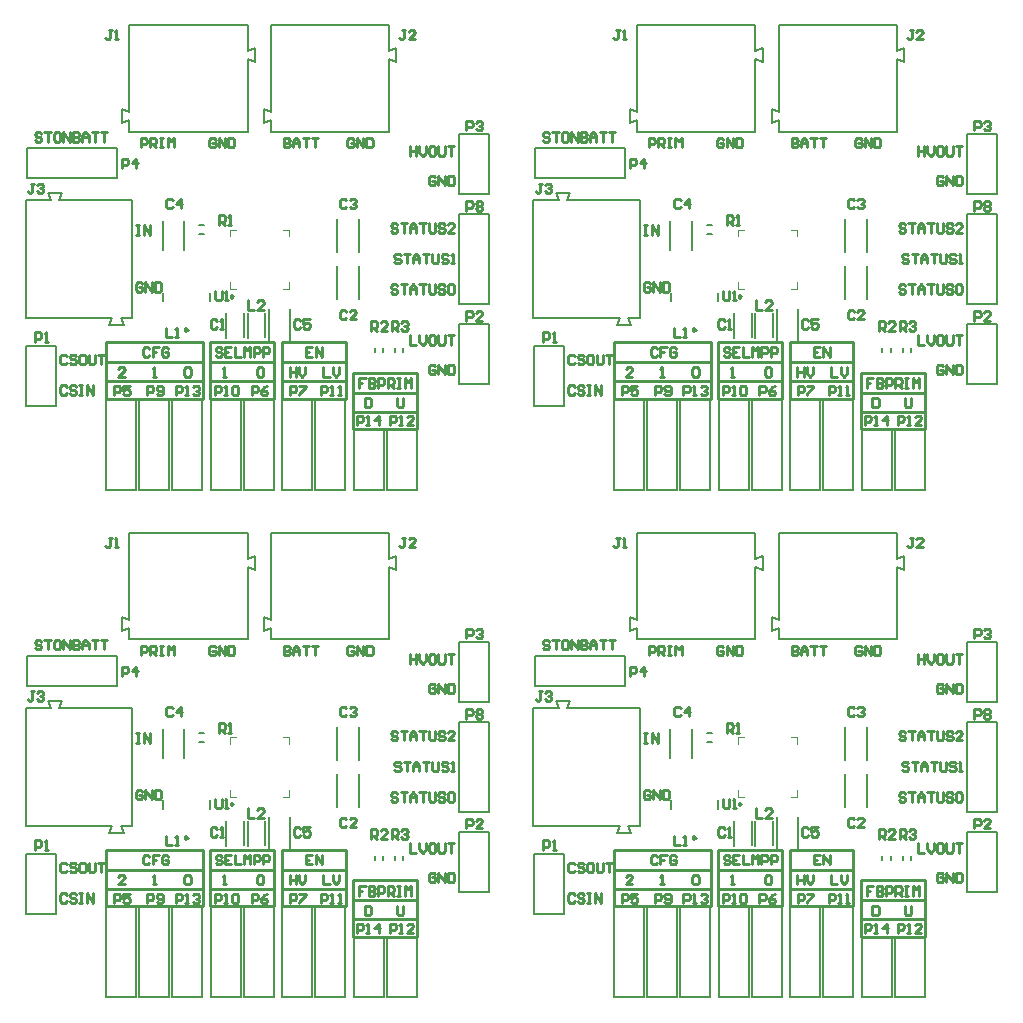
<source format=gto>
%MOIN*%
%OFA0B0*%
%FSLAX25Y25*%
%IPPOS*%
%LPD*%
%ADD10C,0.00984*%
%ADD11C,0.01*%
%ADD12C,0.00787*%
%ADD13C,0.00394*%
%ADD24C,0.00984*%
%ADD25C,0.01*%
%ADD26C,0.00787*%
%ADD27C,0.00394*%
%ADD28C,0.00984*%
%ADD29C,0.01*%
%ADD30C,0.00787*%
%ADD31C,0.00394*%
%ADD32C,0.00984*%
%ADD33C,0.01*%
%ADD34C,0.00787*%
%ADD35C,0.00394*%
G01*
G75*
D10*
X0069980Y0302559D02*
X0069242Y0302985D01*
X0069242Y0302132D01*
X0069980Y0302559D01*
X0054823Y0291436D02*
X0054085Y0291863D01*
X0054085Y0291010D01*
X0054823Y0291436D01*
D11*
X0086221Y0274409D02*
X0107480Y0274409D01*
X0086221Y0287401D02*
X0107480Y0287401D01*
X0107480Y0274409D02*
X0107480Y0287401D01*
X0086221Y0274409D02*
X0086221Y0287401D01*
X0086221Y0268503D02*
X0107480Y0268503D01*
X0086221Y0280708D02*
X0107480Y0280708D01*
X0107480Y0268503D02*
X0107480Y0280708D01*
X0086221Y0268503D02*
X0086221Y0280708D01*
X0062402Y0274409D02*
X0083661Y0274409D01*
X0062402Y0287401D02*
X0083661Y0287401D01*
X0083661Y0274409D02*
X0083661Y0287401D01*
X0062402Y0274409D02*
X0062402Y0287401D01*
X0062402Y0268503D02*
X0083661Y0268503D01*
X0062402Y0280708D02*
X0083661Y0280708D01*
X0083661Y0268503D02*
X0083661Y0280708D01*
X0062402Y0268503D02*
X0062402Y0280708D01*
X0027559Y0268503D02*
X0059841Y0268503D01*
X0027559Y0280708D02*
X0059841Y0280708D01*
X0059841Y0268503D02*
X0059841Y0280708D01*
X0027559Y0268503D02*
X0027559Y0280708D01*
X0110039Y0264173D02*
X0131299Y0264173D01*
X0110039Y0277165D02*
X0131299Y0277165D01*
X0131299Y0264173D02*
X0131299Y0277165D01*
X0110039Y0264173D02*
X0110039Y0277165D01*
X0110039Y0258266D02*
X0131299Y0258266D01*
X0110039Y0270472D02*
X0131299Y0270472D01*
X0131299Y0258266D02*
X0131299Y0270472D01*
X0110039Y0258266D02*
X0110039Y0270472D01*
X0027559Y0274409D02*
X0059841Y0274409D01*
X0027559Y0287401D02*
X0059841Y0287401D01*
X0059841Y0274409D02*
X0059841Y0287401D01*
X0027559Y0274409D02*
X0027559Y0287401D01*
X0006052Y0356773D02*
X0005527Y0357298D01*
X0004478Y0357298D01*
X0003953Y0356773D01*
X0003953Y0356248D01*
X0004478Y0355723D01*
X0005527Y0355723D01*
X0006052Y0355199D01*
X0006052Y0354674D01*
X0005527Y0354149D01*
X0004478Y0354149D01*
X0003953Y0354674D01*
X0007101Y0357298D02*
X0009200Y0357298D01*
X0008151Y0357298D01*
X0008151Y0354149D01*
X0011824Y0357298D02*
X0010775Y0357298D01*
X0010249Y0356773D01*
X0010249Y0354674D01*
X0010775Y0354149D01*
X0011824Y0354149D01*
X0012349Y0354674D01*
X0012349Y0356773D01*
X0011824Y0357298D01*
X0013397Y0354149D02*
X0013397Y0357298D01*
X0015498Y0354149D01*
X0015498Y0357298D01*
X0016547Y0357298D02*
X0016547Y0354149D01*
X0018121Y0354149D01*
X0018646Y0354674D01*
X0018646Y0355199D01*
X0018121Y0355723D01*
X0016547Y0355723D01*
X0018121Y0355723D01*
X0018646Y0356248D01*
X0018646Y0356773D01*
X0018121Y0357298D01*
X0016547Y0357298D01*
X0019695Y0354149D02*
X0019695Y0356248D01*
X0020745Y0357298D01*
X0021795Y0356248D01*
X0021795Y0354149D01*
X0021795Y0355723D01*
X0019695Y0355723D01*
X0022844Y0357298D02*
X0024943Y0357298D01*
X0023894Y0357298D01*
X0023894Y0354149D01*
X0025993Y0357298D02*
X0028092Y0357298D01*
X0027042Y0357298D01*
X0027042Y0354149D01*
X0014516Y0272324D02*
X0013991Y0272848D01*
X0012942Y0272848D01*
X0012417Y0272324D01*
X0012417Y0270225D01*
X0012942Y0269700D01*
X0013991Y0269700D01*
X0014516Y0270225D01*
X0017665Y0272324D02*
X0017140Y0272848D01*
X0016091Y0272848D01*
X0015566Y0272324D01*
X0015566Y0271799D01*
X0016091Y0271275D01*
X0017140Y0271275D01*
X0017665Y0270750D01*
X0017665Y0270225D01*
X0017140Y0269700D01*
X0016091Y0269700D01*
X0015566Y0270225D01*
X0018714Y0272848D02*
X0019764Y0272848D01*
X0019239Y0272848D01*
X0019239Y0269700D01*
X0018714Y0269700D01*
X0019764Y0269700D01*
X0021338Y0269700D02*
X0021338Y0272848D01*
X0023436Y0269700D01*
X0023436Y0272848D01*
X0014516Y0282560D02*
X0013991Y0283085D01*
X0012942Y0283085D01*
X0012417Y0282560D01*
X0012417Y0280460D01*
X0012942Y0279935D01*
X0013991Y0279935D01*
X0014516Y0280460D01*
X0017665Y0282560D02*
X0017140Y0283085D01*
X0016091Y0283085D01*
X0015566Y0282560D01*
X0015566Y0282036D01*
X0016091Y0281511D01*
X0017140Y0281511D01*
X0017665Y0280986D01*
X0017665Y0280460D01*
X0017140Y0279935D01*
X0016091Y0279935D01*
X0015566Y0280460D01*
X0020289Y0283085D02*
X0019239Y0283085D01*
X0018714Y0282560D01*
X0018714Y0280460D01*
X0019239Y0279935D01*
X0020289Y0279935D01*
X0020814Y0280460D01*
X0020814Y0282560D01*
X0020289Y0283085D01*
X0021863Y0283085D02*
X0021863Y0280460D01*
X0022388Y0279935D01*
X0023436Y0279935D01*
X0023962Y0280460D01*
X0023962Y0283085D01*
X0025012Y0283085D02*
X0027111Y0283085D01*
X0026061Y0283085D01*
X0026061Y0279935D01*
X0100016Y0278950D02*
X0100016Y0275803D01*
X0102115Y0275803D01*
X0103163Y0278950D02*
X0103163Y0276852D01*
X0104214Y0275803D01*
X0105263Y0276852D01*
X0105263Y0278950D01*
X0088793Y0278950D02*
X0088793Y0275803D01*
X0088793Y0277377D01*
X0090894Y0277377D01*
X0090894Y0278950D01*
X0090894Y0275803D01*
X0091944Y0278950D02*
X0091944Y0276852D01*
X0092993Y0275803D01*
X0094043Y0276852D01*
X0094043Y0278950D01*
X0096404Y0285643D02*
X0094307Y0285643D01*
X0094307Y0282496D01*
X0096404Y0282496D01*
X0094307Y0284070D02*
X0095357Y0284070D01*
X0097456Y0282496D02*
X0097456Y0285643D01*
X0099555Y0282496D01*
X0099555Y0285643D01*
X0066288Y0285119D02*
X0065763Y0285643D01*
X0064714Y0285643D01*
X0064188Y0285119D01*
X0064188Y0284595D01*
X0064714Y0284070D01*
X0065763Y0284070D01*
X0066288Y0283545D01*
X0066288Y0283020D01*
X0065763Y0282496D01*
X0064714Y0282496D01*
X0064188Y0283020D01*
X0069437Y0285643D02*
X0067338Y0285643D01*
X0067338Y0282496D01*
X0069437Y0282496D01*
X0067338Y0284070D02*
X0068387Y0284070D01*
X0070486Y0285643D02*
X0070486Y0282496D01*
X0072585Y0282496D01*
X0073635Y0282496D02*
X0073635Y0285643D01*
X0074684Y0284595D01*
X0075732Y0285643D01*
X0075732Y0282496D01*
X0076783Y0282496D02*
X0076783Y0285643D01*
X0078358Y0285643D01*
X0078882Y0285119D01*
X0078882Y0284070D01*
X0078358Y0283545D01*
X0076783Y0283545D01*
X0079932Y0282496D02*
X0079932Y0285643D01*
X0081506Y0285643D01*
X0082030Y0285119D01*
X0082030Y0284070D01*
X0081506Y0283545D01*
X0079932Y0283545D01*
X0077969Y0278426D02*
X0078493Y0278950D01*
X0079543Y0278950D01*
X0080068Y0278426D01*
X0080068Y0276328D01*
X0079543Y0275803D01*
X0078493Y0275803D01*
X0077969Y0276328D01*
X0077969Y0278426D01*
X0066551Y0275803D02*
X0067601Y0275803D01*
X0067076Y0275803D01*
X0067076Y0278950D01*
X0066551Y0278426D01*
X0043126Y0275803D02*
X0044175Y0275803D01*
X0043651Y0275803D01*
X0043651Y0278950D01*
X0043126Y0278426D01*
X0033807Y0275803D02*
X0031709Y0275803D01*
X0033807Y0277902D01*
X0033807Y0278426D01*
X0033283Y0278950D01*
X0032233Y0278950D01*
X0031709Y0278426D01*
X0042075Y0285119D02*
X0041551Y0285643D01*
X0040501Y0285643D01*
X0039976Y0285119D01*
X0039976Y0283020D01*
X0040501Y0282496D01*
X0041551Y0282496D01*
X0042075Y0283020D01*
X0045223Y0285643D02*
X0043125Y0285643D01*
X0043125Y0284070D01*
X0044175Y0284070D01*
X0043125Y0284070D01*
X0043125Y0282496D01*
X0048373Y0285119D02*
X0047848Y0285643D01*
X0046798Y0285643D01*
X0046273Y0285119D01*
X0046273Y0283020D01*
X0046798Y0282496D01*
X0047848Y0282496D01*
X0048373Y0283020D01*
X0048373Y0284070D01*
X0047323Y0284070D01*
X0053756Y0278426D02*
X0054281Y0278950D01*
X0055330Y0278950D01*
X0055855Y0278426D01*
X0055855Y0276328D01*
X0055330Y0275803D01*
X0054281Y0275803D01*
X0053756Y0276328D01*
X0053756Y0278426D01*
X0114123Y0275211D02*
X0112023Y0275211D01*
X0112023Y0273636D01*
X0113073Y0273636D01*
X0112023Y0273636D01*
X0112023Y0272062D01*
X0115172Y0275211D02*
X0115172Y0272062D01*
X0116746Y0272062D01*
X0117270Y0272587D01*
X0117270Y0273112D01*
X0116746Y0273636D01*
X0115172Y0273636D01*
X0116746Y0273636D01*
X0117270Y0274162D01*
X0117270Y0274686D01*
X0116746Y0275211D01*
X0115172Y0275211D01*
X0118321Y0272062D02*
X0118321Y0275211D01*
X0119895Y0275211D01*
X0120420Y0274686D01*
X0120420Y0273636D01*
X0119895Y0273112D01*
X0118321Y0273112D01*
X0121469Y0272062D02*
X0121469Y0275211D01*
X0123044Y0275211D01*
X0123567Y0274686D01*
X0123567Y0273636D01*
X0123044Y0273112D01*
X0121469Y0273112D01*
X0122519Y0273112D02*
X0123567Y0272062D01*
X0124618Y0275211D02*
X0125668Y0275211D01*
X0125143Y0275211D01*
X0125143Y0272062D01*
X0124618Y0272062D01*
X0125668Y0272062D01*
X0127242Y0272062D02*
X0127242Y0275211D01*
X0128291Y0274162D01*
X0129341Y0275211D01*
X0129341Y0272062D01*
X0124622Y0268715D02*
X0124622Y0266091D01*
X0125147Y0265565D01*
X0126196Y0265565D01*
X0126721Y0266091D01*
X0126721Y0268715D01*
X0113795Y0268715D02*
X0113795Y0265565D01*
X0115370Y0265565D01*
X0115894Y0266091D01*
X0115894Y0268190D01*
X0115370Y0268715D01*
X0113795Y0268715D01*
X0086827Y0355329D02*
X0086827Y0352181D01*
X0088400Y0352181D01*
X0088926Y0352705D01*
X0088926Y0353230D01*
X0088400Y0353755D01*
X0086827Y0353755D01*
X0088400Y0353755D01*
X0088926Y0354280D01*
X0088926Y0354805D01*
X0088400Y0355329D01*
X0086827Y0355329D01*
X0089975Y0352181D02*
X0089975Y0354280D01*
X0091025Y0355329D01*
X0092074Y0354280D01*
X0092074Y0352181D01*
X0092074Y0353755D01*
X0089975Y0353755D01*
X0093124Y0355329D02*
X0095223Y0355329D01*
X0094174Y0355329D01*
X0094174Y0352181D01*
X0096270Y0355329D02*
X0098372Y0355329D01*
X0097322Y0355329D01*
X0097322Y0352181D01*
X0039189Y0352181D02*
X0039189Y0355329D01*
X0040763Y0355329D01*
X0041288Y0354805D01*
X0041288Y0353755D01*
X0040763Y0353230D01*
X0039189Y0353230D01*
X0042338Y0352181D02*
X0042338Y0355329D01*
X0043912Y0355329D01*
X0044437Y0354805D01*
X0044437Y0353755D01*
X0043912Y0353230D01*
X0042338Y0353230D01*
X0043387Y0353230D02*
X0044437Y0352181D01*
X0045486Y0355329D02*
X0046536Y0355329D01*
X0046010Y0355329D01*
X0046010Y0352181D01*
X0045486Y0352181D01*
X0046536Y0352181D01*
X0048110Y0352181D02*
X0048110Y0355329D01*
X0049160Y0354280D01*
X0050209Y0355329D01*
X0050209Y0352181D01*
X0110184Y0354805D02*
X0109659Y0355329D01*
X0108609Y0355329D01*
X0108085Y0354805D01*
X0108085Y0352705D01*
X0108609Y0352181D01*
X0109659Y0352181D01*
X0110184Y0352705D01*
X0110184Y0353755D01*
X0109134Y0353755D01*
X0111233Y0352181D02*
X0111233Y0355329D01*
X0113332Y0352181D01*
X0113332Y0355329D01*
X0114382Y0355329D02*
X0114382Y0352181D01*
X0115955Y0352181D01*
X0116480Y0352705D01*
X0116480Y0354805D01*
X0115955Y0355329D01*
X0114382Y0355329D01*
X0064121Y0354805D02*
X0063596Y0355329D01*
X0062546Y0355329D01*
X0062022Y0354805D01*
X0062022Y0352705D01*
X0062546Y0352181D01*
X0063596Y0352181D01*
X0064121Y0352705D01*
X0064121Y0353755D01*
X0063071Y0353755D01*
X0065169Y0352181D02*
X0065169Y0355329D01*
X0067269Y0352181D01*
X0067269Y0355329D01*
X0068319Y0355329D02*
X0068319Y0352181D01*
X0069893Y0352181D01*
X0070418Y0352705D01*
X0070418Y0354805D01*
X0069893Y0355329D01*
X0068319Y0355329D01*
X0037612Y0326194D02*
X0038662Y0326194D01*
X0038137Y0326194D01*
X0038137Y0323046D01*
X0037612Y0323046D01*
X0038662Y0323046D01*
X0040236Y0323046D02*
X0040236Y0326194D01*
X0042335Y0323046D01*
X0042335Y0326194D01*
X0039713Y0306772D02*
X0039189Y0307298D01*
X0038139Y0307298D01*
X0037614Y0306772D01*
X0037614Y0304674D01*
X0038139Y0304149D01*
X0039189Y0304149D01*
X0039713Y0304674D01*
X0039713Y0305723D01*
X0038664Y0305723D01*
X0040763Y0304149D02*
X0040763Y0307298D01*
X0042862Y0304149D01*
X0042862Y0307298D01*
X0043911Y0307298D02*
X0043911Y0304149D01*
X0045486Y0304149D01*
X0046010Y0304674D01*
X0046010Y0306772D01*
X0045486Y0307298D01*
X0043911Y0307298D01*
X0124755Y0305986D02*
X0124230Y0306510D01*
X0123180Y0306510D01*
X0122656Y0305986D01*
X0122656Y0305461D01*
X0123180Y0304936D01*
X0124230Y0304936D01*
X0124755Y0304411D01*
X0124755Y0303887D01*
X0124230Y0303362D01*
X0123180Y0303362D01*
X0122656Y0303887D01*
X0125804Y0306510D02*
X0127902Y0306510D01*
X0126854Y0306510D01*
X0126854Y0303362D01*
X0128953Y0303362D02*
X0128953Y0305461D01*
X0130002Y0306510D01*
X0131051Y0305461D01*
X0131051Y0303362D01*
X0131051Y0304936D01*
X0128953Y0304936D01*
X0132101Y0306510D02*
X0134200Y0306510D01*
X0133151Y0306510D01*
X0133151Y0303362D01*
X0135250Y0306510D02*
X0135250Y0303887D01*
X0135775Y0303362D01*
X0136824Y0303362D01*
X0137349Y0303887D01*
X0137349Y0306510D01*
X0140498Y0305986D02*
X0139973Y0306510D01*
X0138922Y0306510D01*
X0138399Y0305986D01*
X0138399Y0305461D01*
X0138922Y0304936D01*
X0139973Y0304936D01*
X0140498Y0304411D01*
X0140498Y0303887D01*
X0139973Y0303362D01*
X0138922Y0303362D01*
X0138399Y0303887D01*
X0141547Y0305986D02*
X0142072Y0306510D01*
X0143121Y0306510D01*
X0143646Y0305986D01*
X0143646Y0303887D01*
X0143121Y0303362D01*
X0142072Y0303362D01*
X0141547Y0303887D01*
X0141547Y0305986D01*
X0125804Y0316222D02*
X0125279Y0316747D01*
X0124230Y0316747D01*
X0123705Y0316222D01*
X0123705Y0315697D01*
X0124230Y0315172D01*
X0125279Y0315172D01*
X0125804Y0314646D01*
X0125804Y0314123D01*
X0125279Y0313598D01*
X0124230Y0313598D01*
X0123705Y0314123D01*
X0126854Y0316747D02*
X0128953Y0316747D01*
X0127902Y0316747D01*
X0127902Y0313598D01*
X0130002Y0313598D02*
X0130002Y0315697D01*
X0131051Y0316747D01*
X0132101Y0315697D01*
X0132101Y0313598D01*
X0132101Y0315172D01*
X0130002Y0315172D01*
X0133151Y0316747D02*
X0135250Y0316747D01*
X0134200Y0316747D01*
X0134200Y0313598D01*
X0136300Y0316747D02*
X0136300Y0314123D01*
X0136824Y0313598D01*
X0137874Y0313598D01*
X0138399Y0314123D01*
X0138399Y0316747D01*
X0141547Y0316222D02*
X0141022Y0316747D01*
X0139973Y0316747D01*
X0139448Y0316222D01*
X0139448Y0315697D01*
X0139973Y0315172D01*
X0141022Y0315172D01*
X0141547Y0314646D01*
X0141547Y0314123D01*
X0141022Y0313598D01*
X0139973Y0313598D01*
X0139448Y0314123D01*
X0142597Y0313598D02*
X0143646Y0313598D01*
X0143121Y0313598D01*
X0143121Y0316747D01*
X0142597Y0316222D01*
X0124755Y0326458D02*
X0124230Y0326983D01*
X0123180Y0326983D01*
X0122656Y0326458D01*
X0122656Y0325933D01*
X0123180Y0325408D01*
X0124230Y0325408D01*
X0124755Y0324884D01*
X0124755Y0324359D01*
X0124230Y0323834D01*
X0123180Y0323834D01*
X0122656Y0324359D01*
X0125804Y0326983D02*
X0127902Y0326983D01*
X0126854Y0326983D01*
X0126854Y0323834D01*
X0128953Y0323834D02*
X0128953Y0325933D01*
X0130002Y0326983D01*
X0131051Y0325933D01*
X0131051Y0323834D01*
X0131051Y0325408D01*
X0128953Y0325408D01*
X0132101Y0326983D02*
X0134200Y0326983D01*
X0133151Y0326983D01*
X0133151Y0323834D01*
X0135250Y0326983D02*
X0135250Y0324359D01*
X0135775Y0323834D01*
X0136824Y0323834D01*
X0137349Y0324359D01*
X0137349Y0326983D01*
X0140498Y0326458D02*
X0139973Y0326983D01*
X0138922Y0326983D01*
X0138399Y0326458D01*
X0138399Y0325933D01*
X0138922Y0325408D01*
X0139973Y0325408D01*
X0140498Y0324884D01*
X0140498Y0324359D01*
X0139973Y0323834D01*
X0138922Y0323834D01*
X0138399Y0324359D01*
X0143646Y0323834D02*
X0141547Y0323834D01*
X0143646Y0325933D01*
X0143646Y0326458D01*
X0143121Y0326983D01*
X0142072Y0326983D01*
X0141547Y0326458D01*
X0128953Y0289581D02*
X0128953Y0286433D01*
X0131051Y0286433D01*
X0132101Y0289581D02*
X0132101Y0287482D01*
X0133151Y0286433D01*
X0134200Y0287482D01*
X0134200Y0289581D01*
X0136824Y0289581D02*
X0135775Y0289581D01*
X0135250Y0289056D01*
X0135250Y0286956D01*
X0135775Y0286433D01*
X0136824Y0286433D01*
X0137349Y0286956D01*
X0137349Y0289056D01*
X0136824Y0289581D01*
X0138399Y0289581D02*
X0138399Y0286956D01*
X0138922Y0286433D01*
X0139973Y0286433D01*
X0140498Y0286956D01*
X0140498Y0289581D01*
X0141547Y0289581D02*
X0143646Y0289581D01*
X0142597Y0289581D01*
X0142597Y0286433D01*
X0137349Y0279214D02*
X0136824Y0279738D01*
X0135775Y0279738D01*
X0135250Y0279214D01*
X0135250Y0277115D01*
X0135775Y0276590D01*
X0136824Y0276590D01*
X0137349Y0277115D01*
X0137349Y0278164D01*
X0136300Y0278164D01*
X0138399Y0276590D02*
X0138399Y0279738D01*
X0140498Y0276590D01*
X0140498Y0279738D01*
X0141547Y0279738D02*
X0141547Y0276590D01*
X0143121Y0276590D01*
X0143646Y0277115D01*
X0143646Y0279214D01*
X0143121Y0279738D01*
X0141547Y0279738D01*
X0137349Y0342206D02*
X0136824Y0342731D01*
X0135775Y0342731D01*
X0135250Y0342206D01*
X0135250Y0340107D01*
X0135775Y0339582D01*
X0136824Y0339582D01*
X0137349Y0340107D01*
X0137349Y0341157D01*
X0136300Y0341157D01*
X0138399Y0339582D02*
X0138399Y0342731D01*
X0140498Y0339582D01*
X0140498Y0342731D01*
X0141547Y0342731D02*
X0141547Y0339582D01*
X0143121Y0339582D01*
X0143646Y0340107D01*
X0143646Y0342206D01*
X0143121Y0342731D01*
X0141547Y0342731D01*
X0128953Y0352573D02*
X0128953Y0349425D01*
X0128953Y0350999D01*
X0131051Y0350999D01*
X0131051Y0352573D01*
X0131051Y0349425D01*
X0132101Y0352573D02*
X0132101Y0350474D01*
X0133151Y0349425D01*
X0134200Y0350474D01*
X0134200Y0352573D01*
X0136824Y0352573D02*
X0135775Y0352573D01*
X0135250Y0352049D01*
X0135250Y0349950D01*
X0135775Y0349425D01*
X0136824Y0349425D01*
X0137349Y0349950D01*
X0137349Y0352049D01*
X0136824Y0352573D01*
X0138399Y0352573D02*
X0138399Y0349950D01*
X0138922Y0349425D01*
X0139973Y0349425D01*
X0140498Y0349950D01*
X0140498Y0352573D01*
X0141547Y0352573D02*
X0143646Y0352573D01*
X0142597Y0352573D01*
X0142597Y0349425D01*
X0033006Y0345276D02*
X0033006Y0348424D01*
X0034580Y0348424D01*
X0035104Y0347899D01*
X0035104Y0346850D01*
X0034580Y0346325D01*
X0033006Y0346325D01*
X0037729Y0345276D02*
X0037729Y0348424D01*
X0036154Y0346850D01*
X0038254Y0346850D01*
X0004003Y0287402D02*
X0004003Y0290550D01*
X0005578Y0290550D01*
X0006102Y0290025D01*
X0006102Y0288976D01*
X0005578Y0288451D01*
X0004003Y0288451D01*
X0007152Y0287402D02*
X0008201Y0287402D01*
X0007677Y0287402D01*
X0007677Y0290550D01*
X0007152Y0290025D01*
X0003608Y0340157D02*
X0002560Y0340157D01*
X0003084Y0340157D01*
X0003084Y0337533D01*
X0002560Y0337008D01*
X0002035Y0337008D01*
X0001510Y0337533D01*
X0004658Y0339632D02*
X0005183Y0340157D01*
X0006233Y0340157D01*
X0006758Y0339632D01*
X0006758Y0339107D01*
X0006233Y0338582D01*
X0005707Y0338582D01*
X0006233Y0338582D01*
X0006758Y0338057D01*
X0006758Y0337533D01*
X0006233Y0337008D01*
X0005183Y0337008D01*
X0004658Y0337533D01*
X0029528Y0391338D02*
X0028477Y0391338D01*
X0029003Y0391338D01*
X0029003Y0388714D01*
X0028477Y0388189D01*
X0027953Y0388189D01*
X0027428Y0388714D01*
X0030577Y0388189D02*
X0031627Y0388189D01*
X0031102Y0388189D01*
X0031102Y0391338D01*
X0030577Y0390813D01*
X0127428Y0391338D02*
X0126379Y0391338D01*
X0126903Y0391338D01*
X0126903Y0388714D01*
X0126379Y0388189D01*
X0125854Y0388189D01*
X0125329Y0388714D01*
X0130577Y0388189D02*
X0128478Y0388189D01*
X0130577Y0390288D01*
X0130577Y0390813D01*
X0130050Y0391338D01*
X0129002Y0391338D01*
X0128478Y0390813D01*
X0064043Y0304330D02*
X0064043Y0301706D01*
X0064567Y0301181D01*
X0065617Y0301181D01*
X0066142Y0301706D01*
X0066142Y0304330D01*
X0067191Y0301181D02*
X0068241Y0301181D01*
X0067716Y0301181D01*
X0067716Y0304330D01*
X0067191Y0303805D01*
X0122859Y0291034D02*
X0122859Y0294183D01*
X0124434Y0294183D01*
X0124959Y0293658D01*
X0124959Y0292608D01*
X0124434Y0292084D01*
X0122859Y0292084D01*
X0123909Y0292084D02*
X0124959Y0291034D01*
X0126007Y0293658D02*
X0126533Y0294183D01*
X0127583Y0294183D01*
X0128108Y0293658D01*
X0128108Y0293133D01*
X0127583Y0292608D01*
X0127058Y0292608D01*
X0127583Y0292608D01*
X0128108Y0292084D01*
X0128108Y0291559D01*
X0127583Y0291034D01*
X0126533Y0291034D01*
X0126007Y0291559D01*
X0115987Y0291034D02*
X0115987Y0294183D01*
X0117562Y0294183D01*
X0118087Y0293658D01*
X0118087Y0292608D01*
X0117562Y0292084D01*
X0115987Y0292084D01*
X0117036Y0292084D02*
X0118087Y0291034D01*
X0121235Y0291034D02*
X0119136Y0291034D01*
X0121235Y0293133D01*
X0121235Y0293658D01*
X0120710Y0294183D01*
X0119661Y0294183D01*
X0119136Y0293658D01*
X0065224Y0326378D02*
X0065224Y0329527D01*
X0066798Y0329527D01*
X0067323Y0329002D01*
X0067323Y0327952D01*
X0066798Y0327427D01*
X0065224Y0327427D01*
X0066273Y0327427D02*
X0067323Y0326378D01*
X0068372Y0326378D02*
X0069422Y0326378D01*
X0068897Y0326378D01*
X0068897Y0329527D01*
X0068372Y0329002D01*
X0088867Y0269552D02*
X0088867Y0272700D01*
X0090443Y0272700D01*
X0090968Y0272175D01*
X0090968Y0271126D01*
X0090443Y0270601D01*
X0088867Y0270601D01*
X0092017Y0272700D02*
X0094116Y0272700D01*
X0094116Y0272175D01*
X0092017Y0270076D01*
X0092017Y0269552D01*
X0050788Y0269552D02*
X0050788Y0272700D01*
X0052363Y0272700D01*
X0052888Y0272175D01*
X0052888Y0271126D01*
X0052363Y0270601D01*
X0050788Y0270601D01*
X0053937Y0269552D02*
X0054987Y0269552D01*
X0054462Y0269552D01*
X0054462Y0272700D01*
X0053937Y0272175D01*
X0056560Y0272175D02*
X0057086Y0272700D01*
X0058135Y0272700D01*
X0058660Y0272175D01*
X0058660Y0271651D01*
X0058135Y0271126D01*
X0057611Y0271126D01*
X0058135Y0271126D01*
X0058660Y0270601D01*
X0058660Y0270076D01*
X0058135Y0269552D01*
X0057086Y0269552D01*
X0056560Y0270076D01*
X0076140Y0269552D02*
X0076140Y0272700D01*
X0077715Y0272700D01*
X0078239Y0272175D01*
X0078239Y0271126D01*
X0077715Y0270601D01*
X0076140Y0270601D01*
X0081388Y0272700D02*
X0080338Y0272175D01*
X0079289Y0271126D01*
X0079289Y0270076D01*
X0079813Y0269552D01*
X0080863Y0269552D01*
X0081388Y0270076D01*
X0081388Y0270601D01*
X0080863Y0271126D01*
X0079289Y0271126D01*
X0030218Y0269552D02*
X0030218Y0272700D01*
X0031791Y0272700D01*
X0032317Y0272175D01*
X0032317Y0271126D01*
X0031791Y0270601D01*
X0030218Y0270601D01*
X0035466Y0272700D02*
X0033367Y0272700D01*
X0033367Y0271126D01*
X0034416Y0271651D01*
X0034941Y0271651D01*
X0035466Y0271126D01*
X0035466Y0270076D01*
X0034941Y0269552D01*
X0033891Y0269552D01*
X0033367Y0270076D01*
X0147770Y0331102D02*
X0147770Y0334251D01*
X0149344Y0334251D01*
X0149869Y0333726D01*
X0149869Y0332677D01*
X0149344Y0332152D01*
X0147770Y0332152D01*
X0150918Y0333726D02*
X0151443Y0334251D01*
X0152493Y0334251D01*
X0153017Y0333726D01*
X0153017Y0333202D01*
X0152493Y0332677D01*
X0153017Y0332152D01*
X0153017Y0331627D01*
X0152493Y0331102D01*
X0151443Y0331102D01*
X0150918Y0331627D01*
X0150918Y0332152D01*
X0151443Y0332677D01*
X0150918Y0333202D01*
X0150918Y0333726D01*
X0151443Y0332677D02*
X0152493Y0332677D01*
X0041318Y0269552D02*
X0041318Y0272700D01*
X0042892Y0272700D01*
X0043417Y0272175D01*
X0043417Y0271126D01*
X0042892Y0270601D01*
X0041318Y0270601D01*
X0044467Y0270076D02*
X0044991Y0269552D01*
X0046041Y0269552D01*
X0046566Y0270076D01*
X0046566Y0272175D01*
X0046041Y0272700D01*
X0044991Y0272700D01*
X0044467Y0272175D01*
X0044467Y0271651D01*
X0044991Y0271126D01*
X0046566Y0271126D01*
X0147770Y0294488D02*
X0147770Y0297637D01*
X0149344Y0297637D01*
X0149869Y0297112D01*
X0149869Y0296062D01*
X0149344Y0295538D01*
X0147770Y0295538D01*
X0153017Y0294488D02*
X0150918Y0294488D01*
X0153017Y0296587D01*
X0153017Y0297112D01*
X0152493Y0297637D01*
X0151443Y0297637D01*
X0150918Y0297112D01*
X0147770Y0357874D02*
X0147770Y0361022D01*
X0149344Y0361022D01*
X0149869Y0360498D01*
X0149869Y0359448D01*
X0149344Y0358924D01*
X0147770Y0358924D01*
X0150918Y0360498D02*
X0151443Y0361022D01*
X0152493Y0361022D01*
X0153017Y0360498D01*
X0153017Y0359973D01*
X0152493Y0359448D01*
X0151968Y0359448D01*
X0152493Y0359448D01*
X0153017Y0358924D01*
X0153017Y0358399D01*
X0152493Y0357874D01*
X0151443Y0357874D01*
X0150918Y0358399D01*
X0099181Y0269552D02*
X0099181Y0272700D01*
X0100756Y0272700D01*
X0101279Y0272175D01*
X0101279Y0271126D01*
X0100756Y0270601D01*
X0099181Y0270601D01*
X0102330Y0269552D02*
X0103379Y0269552D01*
X0102855Y0269552D01*
X0102855Y0272700D01*
X0102330Y0272175D01*
X0104953Y0269552D02*
X0106003Y0269552D01*
X0105478Y0269552D01*
X0105478Y0272700D01*
X0104953Y0272175D01*
X0111222Y0259645D02*
X0111222Y0262794D01*
X0112796Y0262794D01*
X0113321Y0262270D01*
X0113321Y0261220D01*
X0112796Y0260695D01*
X0111222Y0260695D01*
X0114370Y0259645D02*
X0115419Y0259645D01*
X0114894Y0259645D01*
X0114894Y0262794D01*
X0114370Y0262270D01*
X0118568Y0259645D02*
X0118568Y0262794D01*
X0116994Y0261220D01*
X0119093Y0261220D01*
X0063827Y0269552D02*
X0063827Y0272700D01*
X0065402Y0272700D01*
X0065927Y0272175D01*
X0065927Y0271126D01*
X0065402Y0270601D01*
X0063827Y0270601D01*
X0066977Y0269552D02*
X0068026Y0269552D01*
X0067502Y0269552D01*
X0067502Y0272700D01*
X0066977Y0272175D01*
X0069601Y0272175D02*
X0070125Y0272700D01*
X0071175Y0272700D01*
X0071699Y0272175D01*
X0071699Y0270076D01*
X0071175Y0269552D01*
X0070125Y0269552D01*
X0069601Y0270076D01*
X0069601Y0272175D01*
X0122222Y0259645D02*
X0122222Y0262794D01*
X0123796Y0262794D01*
X0124320Y0262270D01*
X0124320Y0261220D01*
X0123796Y0260695D01*
X0122222Y0260695D01*
X0125371Y0259645D02*
X0126418Y0259645D01*
X0125895Y0259645D01*
X0125895Y0262794D01*
X0125371Y0262270D01*
X0130094Y0259645D02*
X0127993Y0259645D01*
X0130094Y0261744D01*
X0130094Y0262270D01*
X0129569Y0262794D01*
X0128519Y0262794D01*
X0127993Y0262270D01*
X0074935Y0301180D02*
X0074935Y0298032D01*
X0077034Y0298032D01*
X0080183Y0298032D02*
X0078084Y0298032D01*
X0080183Y0300131D01*
X0080183Y0300655D01*
X0079658Y0301180D01*
X0078609Y0301180D01*
X0078084Y0300655D01*
X0047507Y0292125D02*
X0047507Y0288976D01*
X0049606Y0288976D01*
X0050656Y0288976D02*
X0051705Y0288976D01*
X0051181Y0288976D01*
X0051181Y0292125D01*
X0050656Y0291599D01*
X0092389Y0294356D02*
X0091864Y0294881D01*
X0090814Y0294881D01*
X0090290Y0294356D01*
X0090290Y0292257D01*
X0090814Y0291732D01*
X0091864Y0291732D01*
X0092389Y0292257D01*
X0095537Y0294881D02*
X0093437Y0294881D01*
X0093437Y0293307D01*
X0094488Y0293831D01*
X0095012Y0293831D01*
X0095537Y0293307D01*
X0095537Y0292257D01*
X0095012Y0291732D01*
X0093963Y0291732D01*
X0093437Y0292257D01*
X0049869Y0334513D02*
X0049344Y0335038D01*
X0048295Y0335038D01*
X0047770Y0334513D01*
X0047770Y0332415D01*
X0048295Y0331890D01*
X0049344Y0331890D01*
X0049869Y0332415D01*
X0052493Y0331890D02*
X0052493Y0335038D01*
X0050919Y0333464D01*
X0053017Y0333464D01*
X0107743Y0334513D02*
X0107217Y0335038D01*
X0106169Y0335038D01*
X0105644Y0334513D01*
X0105644Y0332415D01*
X0106169Y0331890D01*
X0107217Y0331890D01*
X0107743Y0332415D01*
X0108792Y0334513D02*
X0109317Y0335038D01*
X0110367Y0335038D01*
X0110891Y0334513D01*
X0110891Y0333988D01*
X0110367Y0333464D01*
X0109842Y0333464D01*
X0110367Y0333464D01*
X0110891Y0332939D01*
X0110891Y0332415D01*
X0110367Y0331890D01*
X0109317Y0331890D01*
X0108792Y0332415D01*
X0107743Y0297506D02*
X0107217Y0298030D01*
X0106169Y0298030D01*
X0105644Y0297506D01*
X0105644Y0295407D01*
X0106169Y0294882D01*
X0107217Y0294882D01*
X0107743Y0295407D01*
X0110891Y0294882D02*
X0108792Y0294882D01*
X0110891Y0296981D01*
X0110891Y0297506D01*
X0110367Y0298030D01*
X0109317Y0298030D01*
X0108792Y0297506D01*
X0064567Y0294356D02*
X0064042Y0294881D01*
X0062992Y0294881D01*
X0062468Y0294356D01*
X0062468Y0292257D01*
X0062992Y0291732D01*
X0064042Y0291732D01*
X0064567Y0292257D01*
X0065617Y0291732D02*
X0066666Y0291732D01*
X0066141Y0291732D01*
X0066141Y0294881D01*
X0065617Y0294356D01*
D12*
X0053556Y0317901D02*
X0053556Y0327768D01*
X0046444Y0317901D02*
X0046444Y0327768D01*
X0001102Y0286102D02*
X0011102Y0286102D01*
X0011102Y0266102D02*
X0011102Y0286102D01*
X0001102Y0266102D02*
X0011102Y0266102D01*
X0001102Y0266102D02*
X0001102Y0286102D01*
X0001339Y0351849D02*
X0031339Y0351849D01*
X0001339Y0341850D02*
X0001339Y0351849D01*
X0001339Y0341850D02*
X0031339Y0341850D01*
X0031339Y0351849D01*
X0049724Y0238149D02*
X0049724Y0268149D01*
X0049724Y0238149D02*
X0059724Y0238149D01*
X0059724Y0268149D01*
X0049724Y0268149D02*
X0059724Y0268149D01*
X0038701Y0238149D02*
X0038701Y0268149D01*
X0038701Y0238149D02*
X0048701Y0238149D01*
X0048701Y0268149D01*
X0038701Y0268149D02*
X0048701Y0268149D01*
X0027677Y0238149D02*
X0027677Y0268149D01*
X0027677Y0238149D02*
X0037677Y0238149D01*
X0037677Y0268149D01*
X0027677Y0268149D02*
X0037677Y0268149D01*
X0121181Y0238149D02*
X0131181Y0238149D01*
X0121181Y0238149D02*
X0121181Y0258149D01*
X0131181Y0258149D01*
X0131181Y0238149D02*
X0131181Y0258149D01*
X0073543Y0238149D02*
X0073543Y0268149D01*
X0073543Y0238149D02*
X0083543Y0238149D01*
X0083543Y0268149D01*
X0073543Y0268149D02*
X0083543Y0268149D01*
X0110158Y0238149D02*
X0120158Y0238149D01*
X0110158Y0238149D02*
X0110158Y0258149D01*
X0120158Y0258149D01*
X0120158Y0238149D02*
X0120158Y0258149D01*
X0062520Y0238149D02*
X0062520Y0268149D01*
X0062520Y0238149D02*
X0072520Y0238149D01*
X0072520Y0268149D01*
X0062520Y0268149D02*
X0072520Y0268149D01*
X0086339Y0238149D02*
X0086339Y0268149D01*
X0086339Y0238149D02*
X0096339Y0238149D01*
X0096339Y0268149D01*
X0086339Y0268149D02*
X0096339Y0268149D01*
X0097362Y0238149D02*
X0097362Y0268149D01*
X0097362Y0238149D02*
X0107362Y0238149D01*
X0107362Y0268149D01*
X0097362Y0268149D02*
X0107362Y0268149D01*
X0117126Y0283858D02*
X0117126Y0285433D01*
X0119882Y0283858D02*
X0119882Y0285433D01*
X0126770Y0283858D02*
X0126770Y0285433D01*
X0124016Y0283858D02*
X0124016Y0285433D01*
X0058661Y0323425D02*
X0060236Y0323425D01*
X0058661Y0326181D02*
X0060236Y0326181D01*
X0104701Y0301550D02*
X0104701Y0312622D01*
X0111835Y0301550D02*
X0111835Y0312622D01*
X0104701Y0317298D02*
X0104701Y0328370D01*
X0111835Y0317298D02*
X0111835Y0328370D01*
X0067716Y0288767D02*
X0067716Y0297059D01*
X0074803Y0288767D02*
X0074803Y0297059D01*
X0073721Y0288861D02*
X0073721Y0296965D01*
X0080610Y0288861D02*
X0080610Y0296965D01*
X0081866Y0287377D02*
X0081866Y0298449D01*
X0089000Y0287377D02*
X0089000Y0298449D01*
X0145394Y0299960D02*
X0155394Y0299960D01*
X0145394Y0299960D02*
X0145394Y0329960D01*
X0155394Y0329960D01*
X0155394Y0299960D02*
X0155394Y0329960D01*
X0155394Y0273188D02*
X0155394Y0293188D01*
X0145394Y0293188D02*
X0155394Y0293188D01*
X0145394Y0273188D02*
X0145394Y0293188D01*
X0145394Y0273188D02*
X0155394Y0273188D01*
X0155394Y0336574D02*
X0155394Y0356574D01*
X0145394Y0356574D02*
X0155394Y0356574D01*
X0145394Y0336574D02*
X0145394Y0356574D01*
X0145394Y0336574D02*
X0155394Y0336574D01*
X0000787Y0295275D02*
X0029724Y0295275D01*
X0032479Y0295275D02*
X0036220Y0295275D01*
X0036220Y0334645D01*
X0000787Y0295275D02*
X0000787Y0334645D01*
X0009252Y0334645D01*
X0012009Y0334645D02*
X0036220Y0334645D01*
X0008268Y0337008D02*
X0012992Y0337008D01*
X0008268Y0337008D02*
X0009251Y0334645D01*
X0012009Y0334645D02*
X0012992Y0337008D01*
X0032479Y0295275D02*
X0033464Y0292913D01*
X0028738Y0292913D02*
X0033464Y0292913D01*
X0028738Y0292913D02*
X0029723Y0295275D01*
X0082677Y0363976D02*
X0082677Y0392913D01*
X0082677Y0357480D02*
X0082677Y0361219D01*
X0082677Y0357480D02*
X0122047Y0357480D01*
X0082677Y0392913D02*
X0122047Y0392913D01*
X0122047Y0384448D02*
X0122047Y0392913D01*
X0122047Y0357480D02*
X0122047Y0381692D01*
X0124410Y0380708D02*
X0124410Y0385433D01*
X0122047Y0384449D02*
X0124410Y0385433D01*
X0122047Y0381692D02*
X0124410Y0380708D01*
X0080313Y0360237D02*
X0082677Y0361219D01*
X0080313Y0360237D02*
X0080313Y0364961D01*
X0082677Y0363978D01*
X0035432Y0363976D02*
X0035432Y0392913D01*
X0035432Y0357480D02*
X0035432Y0361219D01*
X0035432Y0357480D02*
X0074802Y0357480D01*
X0035432Y0392913D02*
X0074802Y0392913D01*
X0074802Y0384448D02*
X0074802Y0392913D01*
X0074802Y0357480D02*
X0074802Y0381692D01*
X0077165Y0380708D02*
X0077165Y0385433D01*
X0074802Y0384449D02*
X0077165Y0385433D01*
X0074802Y0381692D02*
X0077165Y0380708D01*
X0033070Y0360236D02*
X0035432Y0361219D01*
X0033070Y0360236D02*
X0033070Y0364961D01*
X0035432Y0363978D01*
X0046504Y0300885D02*
X0046504Y0303838D01*
X0062156Y0300885D02*
X0062156Y0303838D01*
D13*
X0088583Y0305118D02*
X0088583Y0307184D01*
X0086516Y0305118D02*
X0088583Y0305118D01*
X0088583Y0322736D02*
X0088583Y0324803D01*
X0086516Y0324803D02*
X0088583Y0324803D01*
X0068898Y0324803D02*
X0070965Y0324803D01*
X0068898Y0322736D02*
X0068898Y0324803D01*
X0068898Y0305118D02*
X0068898Y0307184D01*
X0068898Y0305118D02*
X0070965Y0305118D01*
G04 next file*
G04*
G04 #@! TF.GenerationSoftware,Altium Limited,Altium Designer,21.7.2 (23)*
G04*
G04 Layer_Color=65535*
G04 skipping 70
G04*
G04 #@! TF.SameCoordinates,3D67BF19-0A55-4891-8FEB-F4BE30BF2CF6*
G04*
G04*
G04 #@! TF.FilePolarity,Positive*
G04*
G01*
G75*
D24*
X0239271Y0302559D02*
X0238533Y0302985D01*
X0238533Y0302132D01*
X0239271Y0302559D01*
X0224114Y0291436D02*
X0223376Y0291863D01*
X0223376Y0291010D01*
X0224114Y0291436D01*
D25*
X0255512Y0274409D02*
X0276771Y0274409D01*
X0255512Y0287401D02*
X0276771Y0287401D01*
X0276771Y0274409D02*
X0276771Y0287401D01*
X0255512Y0274409D02*
X0255512Y0287401D01*
X0255512Y0268503D02*
X0276771Y0268503D01*
X0255512Y0280708D02*
X0276771Y0280708D01*
X0276771Y0268503D02*
X0276771Y0280708D01*
X0255512Y0268503D02*
X0255512Y0280708D01*
X0231693Y0274409D02*
X0252952Y0274409D01*
X0231693Y0287401D02*
X0252952Y0287401D01*
X0252952Y0274409D02*
X0252952Y0287401D01*
X0231693Y0274409D02*
X0231693Y0287401D01*
X0231693Y0268503D02*
X0252952Y0268503D01*
X0231693Y0280708D02*
X0252952Y0280708D01*
X0252952Y0268503D02*
X0252952Y0280708D01*
X0231693Y0268503D02*
X0231693Y0280708D01*
X0196850Y0268503D02*
X0229133Y0268503D01*
X0196850Y0280708D02*
X0229133Y0280708D01*
X0229133Y0268503D02*
X0229133Y0280708D01*
X0196850Y0268503D02*
X0196850Y0280708D01*
X0279330Y0264173D02*
X0300590Y0264173D01*
X0279330Y0277165D02*
X0300590Y0277165D01*
X0300590Y0264173D02*
X0300590Y0277165D01*
X0279330Y0264173D02*
X0279330Y0277165D01*
X0279330Y0258266D02*
X0300590Y0258266D01*
X0279330Y0270472D02*
X0300590Y0270472D01*
X0300590Y0258266D02*
X0300590Y0270472D01*
X0279330Y0258266D02*
X0279330Y0270472D01*
X0196850Y0274409D02*
X0229133Y0274409D01*
X0196850Y0287401D02*
X0229133Y0287401D01*
X0229133Y0274409D02*
X0229133Y0287401D01*
X0196850Y0274409D02*
X0196850Y0287401D01*
X0175343Y0356773D02*
X0174818Y0357298D01*
X0173769Y0357298D01*
X0173244Y0356773D01*
X0173244Y0356248D01*
X0173769Y0355723D01*
X0174818Y0355723D01*
X0175343Y0355199D01*
X0175343Y0354674D01*
X0174818Y0354149D01*
X0173769Y0354149D01*
X0173244Y0354674D01*
X0176392Y0357298D02*
X0178491Y0357298D01*
X0177442Y0357298D01*
X0177442Y0354149D01*
X0181115Y0357298D02*
X0180066Y0357298D01*
X0179541Y0356773D01*
X0179541Y0354674D01*
X0180066Y0354149D01*
X0181115Y0354149D01*
X0181640Y0354674D01*
X0181640Y0356773D01*
X0181115Y0357298D01*
X0182689Y0354149D02*
X0182689Y0357298D01*
X0184789Y0354149D01*
X0184789Y0357298D01*
X0185838Y0357298D02*
X0185838Y0354149D01*
X0187412Y0354149D01*
X0187937Y0354674D01*
X0187937Y0355199D01*
X0187412Y0355723D01*
X0185838Y0355723D01*
X0187412Y0355723D01*
X0187937Y0356248D01*
X0187937Y0356773D01*
X0187412Y0357298D01*
X0185838Y0357298D01*
X0188987Y0354149D02*
X0188987Y0356248D01*
X0190036Y0357298D01*
X0191086Y0356248D01*
X0191086Y0354149D01*
X0191086Y0355723D01*
X0188987Y0355723D01*
X0192135Y0357298D02*
X0194234Y0357298D01*
X0193185Y0357298D01*
X0193185Y0354149D01*
X0195284Y0357298D02*
X0197383Y0357298D01*
X0196333Y0357298D01*
X0196333Y0354149D01*
X0183807Y0272324D02*
X0183283Y0272848D01*
X0182232Y0272848D01*
X0181708Y0272324D01*
X0181708Y0270225D01*
X0182232Y0269700D01*
X0183283Y0269700D01*
X0183807Y0270225D01*
X0186956Y0272324D02*
X0186431Y0272848D01*
X0185382Y0272848D01*
X0184857Y0272324D01*
X0184857Y0271799D01*
X0185382Y0271275D01*
X0186431Y0271275D01*
X0186956Y0270750D01*
X0186956Y0270225D01*
X0186431Y0269700D01*
X0185382Y0269700D01*
X0184857Y0270225D01*
X0188005Y0272848D02*
X0189055Y0272848D01*
X0188529Y0272848D01*
X0188529Y0269700D01*
X0188005Y0269700D01*
X0189055Y0269700D01*
X0190629Y0269700D02*
X0190629Y0272848D01*
X0192728Y0269700D01*
X0192728Y0272848D01*
X0183807Y0282560D02*
X0183283Y0283085D01*
X0182232Y0283085D01*
X0181708Y0282560D01*
X0181708Y0280460D01*
X0182232Y0279935D01*
X0183283Y0279935D01*
X0183807Y0280460D01*
X0186956Y0282560D02*
X0186431Y0283085D01*
X0185382Y0283085D01*
X0184857Y0282560D01*
X0184857Y0282036D01*
X0185382Y0281511D01*
X0186431Y0281511D01*
X0186956Y0280986D01*
X0186956Y0280460D01*
X0186431Y0279935D01*
X0185382Y0279935D01*
X0184857Y0280460D01*
X0189580Y0283085D02*
X0188529Y0283085D01*
X0188005Y0282560D01*
X0188005Y0280460D01*
X0188529Y0279935D01*
X0189580Y0279935D01*
X0190105Y0280460D01*
X0190105Y0282560D01*
X0189580Y0283085D01*
X0191154Y0283085D02*
X0191154Y0280460D01*
X0191679Y0279935D01*
X0192728Y0279935D01*
X0193253Y0280460D01*
X0193253Y0283085D01*
X0194303Y0283085D02*
X0196402Y0283085D01*
X0195352Y0283085D01*
X0195352Y0279935D01*
X0269307Y0278950D02*
X0269307Y0275803D01*
X0271406Y0275803D01*
X0272454Y0278950D02*
X0272454Y0276852D01*
X0273505Y0275803D01*
X0274554Y0276852D01*
X0274554Y0278950D01*
X0258086Y0278950D02*
X0258086Y0275803D01*
X0258086Y0277377D01*
X0260185Y0277377D01*
X0260185Y0278950D01*
X0260185Y0275803D01*
X0261235Y0278950D02*
X0261235Y0276852D01*
X0262284Y0275803D01*
X0263334Y0276852D01*
X0263334Y0278950D01*
X0265697Y0285643D02*
X0263598Y0285643D01*
X0263598Y0282496D01*
X0265697Y0282496D01*
X0263598Y0284070D02*
X0264648Y0284070D01*
X0266746Y0282496D02*
X0266746Y0285643D01*
X0268846Y0282496D01*
X0268846Y0285643D01*
X0235578Y0285119D02*
X0235054Y0285643D01*
X0234005Y0285643D01*
X0233480Y0285119D01*
X0233480Y0284595D01*
X0234005Y0284070D01*
X0235054Y0284070D01*
X0235578Y0283545D01*
X0235578Y0283020D01*
X0235054Y0282496D01*
X0234005Y0282496D01*
X0233480Y0283020D01*
X0238728Y0285643D02*
X0236628Y0285643D01*
X0236628Y0282496D01*
X0238728Y0282496D01*
X0236628Y0284070D02*
X0237678Y0284070D01*
X0239777Y0285643D02*
X0239777Y0282496D01*
X0241875Y0282496D01*
X0242926Y0282496D02*
X0242926Y0285643D01*
X0243975Y0284595D01*
X0245025Y0285643D01*
X0245025Y0282496D01*
X0246074Y0282496D02*
X0246074Y0285643D01*
X0247649Y0285643D01*
X0248173Y0285119D01*
X0248173Y0284070D01*
X0247649Y0283545D01*
X0246074Y0283545D01*
X0249223Y0282496D02*
X0249223Y0285643D01*
X0250796Y0285643D01*
X0251322Y0285119D01*
X0251322Y0284070D01*
X0250796Y0283545D01*
X0249223Y0283545D01*
X0247260Y0278426D02*
X0247784Y0278950D01*
X0248834Y0278950D01*
X0249359Y0278426D01*
X0249359Y0276328D01*
X0248834Y0275803D01*
X0247784Y0275803D01*
X0247260Y0276328D01*
X0247260Y0278426D01*
X0235842Y0275803D02*
X0236892Y0275803D01*
X0236367Y0275803D01*
X0236367Y0278950D01*
X0235842Y0278426D01*
X0212417Y0275803D02*
X0213465Y0275803D01*
X0212942Y0275803D01*
X0212942Y0278950D01*
X0212417Y0278426D01*
X0203099Y0275803D02*
X0200999Y0275803D01*
X0203099Y0277902D01*
X0203099Y0278426D01*
X0202574Y0278950D01*
X0201524Y0278950D01*
X0200999Y0278426D01*
X0211366Y0285119D02*
X0210842Y0285643D01*
X0209791Y0285643D01*
X0209267Y0285119D01*
X0209267Y0283020D01*
X0209791Y0282496D01*
X0210842Y0282496D01*
X0211366Y0283020D01*
X0214515Y0285643D02*
X0212415Y0285643D01*
X0212415Y0284070D01*
X0213465Y0284070D01*
X0212415Y0284070D01*
X0212415Y0282496D01*
X0217664Y0285119D02*
X0217139Y0285643D01*
X0216089Y0285643D01*
X0215565Y0285119D01*
X0215565Y0283020D01*
X0216089Y0282496D01*
X0217139Y0282496D01*
X0217664Y0283020D01*
X0217664Y0284070D01*
X0216614Y0284070D01*
X0223047Y0278426D02*
X0223572Y0278950D01*
X0224621Y0278950D01*
X0225145Y0278426D01*
X0225145Y0276328D01*
X0224621Y0275803D01*
X0223572Y0275803D01*
X0223047Y0276328D01*
X0223047Y0278426D01*
X0283414Y0275211D02*
X0281315Y0275211D01*
X0281315Y0273636D01*
X0282364Y0273636D01*
X0281315Y0273636D01*
X0281315Y0272062D01*
X0284463Y0275211D02*
X0284463Y0272062D01*
X0286037Y0272062D01*
X0286562Y0272587D01*
X0286562Y0273112D01*
X0286037Y0273636D01*
X0284463Y0273636D01*
X0286037Y0273636D01*
X0286562Y0274162D01*
X0286562Y0274686D01*
X0286037Y0275211D01*
X0284463Y0275211D01*
X0287612Y0272062D02*
X0287612Y0275211D01*
X0289186Y0275211D01*
X0289710Y0274686D01*
X0289710Y0273636D01*
X0289186Y0273112D01*
X0287612Y0273112D01*
X0290760Y0272062D02*
X0290760Y0275211D01*
X0292335Y0275211D01*
X0292859Y0274686D01*
X0292859Y0273636D01*
X0292335Y0273112D01*
X0290760Y0273112D01*
X0291810Y0273112D02*
X0292859Y0272062D01*
X0293909Y0275211D02*
X0294959Y0275211D01*
X0294433Y0275211D01*
X0294433Y0272062D01*
X0293909Y0272062D01*
X0294959Y0272062D01*
X0296533Y0272062D02*
X0296533Y0275211D01*
X0297581Y0274162D01*
X0298632Y0275211D01*
X0298632Y0272062D01*
X0293913Y0268715D02*
X0293913Y0266091D01*
X0294438Y0265565D01*
X0295487Y0265565D01*
X0296012Y0266091D01*
X0296012Y0268715D01*
X0283086Y0268715D02*
X0283086Y0265565D01*
X0284661Y0265565D01*
X0285185Y0266091D01*
X0285185Y0268190D01*
X0284661Y0268715D01*
X0283086Y0268715D01*
X0256117Y0355329D02*
X0256117Y0352181D01*
X0257692Y0352181D01*
X0258217Y0352705D01*
X0258217Y0353230D01*
X0257692Y0353755D01*
X0256117Y0353755D01*
X0257692Y0353755D01*
X0258217Y0354280D01*
X0258217Y0354805D01*
X0257692Y0355329D01*
X0256117Y0355329D01*
X0259266Y0352181D02*
X0259266Y0354280D01*
X0260316Y0355329D01*
X0261364Y0354280D01*
X0261364Y0352181D01*
X0261364Y0353755D01*
X0259266Y0353755D01*
X0262415Y0355329D02*
X0264514Y0355329D01*
X0263465Y0355329D01*
X0263465Y0352181D01*
X0265563Y0355329D02*
X0267663Y0355329D01*
X0266613Y0355329D01*
X0266613Y0352181D01*
X0208480Y0352181D02*
X0208480Y0355329D01*
X0210054Y0355329D01*
X0210578Y0354805D01*
X0210578Y0353755D01*
X0210054Y0353230D01*
X0208480Y0353230D01*
X0211628Y0352181D02*
X0211628Y0355329D01*
X0213203Y0355329D01*
X0213728Y0354805D01*
X0213728Y0353755D01*
X0213203Y0353230D01*
X0211628Y0353230D01*
X0212678Y0353230D02*
X0213728Y0352181D01*
X0214777Y0355329D02*
X0215827Y0355329D01*
X0215302Y0355329D01*
X0215302Y0352181D01*
X0214777Y0352181D01*
X0215827Y0352181D01*
X0217401Y0352181D02*
X0217401Y0355329D01*
X0218451Y0354280D01*
X0219499Y0355329D01*
X0219499Y0352181D01*
X0279475Y0354805D02*
X0278950Y0355329D01*
X0277900Y0355329D01*
X0277376Y0354805D01*
X0277376Y0352705D01*
X0277900Y0352181D01*
X0278950Y0352181D01*
X0279475Y0352705D01*
X0279475Y0353755D01*
X0278425Y0353755D01*
X0280524Y0352181D02*
X0280524Y0355329D01*
X0282623Y0352181D01*
X0282623Y0355329D01*
X0283673Y0355329D02*
X0283673Y0352181D01*
X0285247Y0352181D01*
X0285772Y0352705D01*
X0285772Y0354805D01*
X0285247Y0355329D01*
X0283673Y0355329D01*
X0233412Y0354805D02*
X0232887Y0355329D01*
X0231836Y0355329D01*
X0231313Y0354805D01*
X0231313Y0352705D01*
X0231836Y0352181D01*
X0232887Y0352181D01*
X0233412Y0352705D01*
X0233412Y0353755D01*
X0232362Y0353755D01*
X0234461Y0352181D02*
X0234461Y0355329D01*
X0236560Y0352181D01*
X0236560Y0355329D01*
X0237610Y0355329D02*
X0237610Y0352181D01*
X0239184Y0352181D01*
X0239709Y0352705D01*
X0239709Y0354805D01*
X0239184Y0355329D01*
X0237610Y0355329D01*
X0206903Y0326194D02*
X0207953Y0326194D01*
X0207428Y0326194D01*
X0207428Y0323046D01*
X0206903Y0323046D01*
X0207953Y0323046D01*
X0209527Y0323046D02*
X0209527Y0326194D01*
X0211626Y0323046D01*
X0211626Y0326194D01*
X0209004Y0306772D02*
X0208480Y0307298D01*
X0207430Y0307298D01*
X0206904Y0306772D01*
X0206904Y0304674D01*
X0207430Y0304149D01*
X0208480Y0304149D01*
X0209004Y0304674D01*
X0209004Y0305723D01*
X0207954Y0305723D01*
X0210054Y0304149D02*
X0210054Y0307298D01*
X0212153Y0304149D01*
X0212153Y0307298D01*
X0213201Y0307298D02*
X0213201Y0304149D01*
X0214777Y0304149D01*
X0215301Y0304674D01*
X0215301Y0306772D01*
X0214777Y0307298D01*
X0213201Y0307298D01*
X0294046Y0305986D02*
X0293521Y0306510D01*
X0292471Y0306510D01*
X0291947Y0305986D01*
X0291947Y0305461D01*
X0292471Y0304936D01*
X0293521Y0304936D01*
X0294046Y0304411D01*
X0294046Y0303887D01*
X0293521Y0303362D01*
X0292471Y0303362D01*
X0291947Y0303887D01*
X0295095Y0306510D02*
X0297194Y0306510D01*
X0296144Y0306510D01*
X0296144Y0303362D01*
X0298244Y0303362D02*
X0298244Y0305461D01*
X0299293Y0306510D01*
X0300343Y0305461D01*
X0300343Y0303362D01*
X0300343Y0304936D01*
X0298244Y0304936D01*
X0301392Y0306510D02*
X0303491Y0306510D01*
X0302442Y0306510D01*
X0302442Y0303362D01*
X0304541Y0306510D02*
X0304541Y0303887D01*
X0305065Y0303362D01*
X0306115Y0303362D01*
X0306640Y0303887D01*
X0306640Y0306510D01*
X0309789Y0305986D02*
X0309264Y0306510D01*
X0308214Y0306510D01*
X0307690Y0305986D01*
X0307690Y0305461D01*
X0308214Y0304936D01*
X0309264Y0304936D01*
X0309789Y0304411D01*
X0309789Y0303887D01*
X0309264Y0303362D01*
X0308214Y0303362D01*
X0307690Y0303887D01*
X0310838Y0305986D02*
X0311363Y0306510D01*
X0312412Y0306510D01*
X0312937Y0305986D01*
X0312937Y0303887D01*
X0312412Y0303362D01*
X0311363Y0303362D01*
X0310838Y0303887D01*
X0310838Y0305986D01*
X0295095Y0316222D02*
X0294570Y0316747D01*
X0293521Y0316747D01*
X0292996Y0316222D01*
X0292996Y0315697D01*
X0293521Y0315172D01*
X0294570Y0315172D01*
X0295095Y0314646D01*
X0295095Y0314123D01*
X0294570Y0313598D01*
X0293521Y0313598D01*
X0292996Y0314123D01*
X0296144Y0316747D02*
X0298244Y0316747D01*
X0297194Y0316747D01*
X0297194Y0313598D01*
X0299293Y0313598D02*
X0299293Y0315697D01*
X0300343Y0316747D01*
X0301392Y0315697D01*
X0301392Y0313598D01*
X0301392Y0315172D01*
X0299293Y0315172D01*
X0302442Y0316747D02*
X0304541Y0316747D01*
X0303491Y0316747D01*
X0303491Y0313598D01*
X0305590Y0316747D02*
X0305590Y0314123D01*
X0306115Y0313598D01*
X0307165Y0313598D01*
X0307690Y0314123D01*
X0307690Y0316747D01*
X0310838Y0316222D02*
X0310313Y0316747D01*
X0309264Y0316747D01*
X0308738Y0316222D01*
X0308738Y0315697D01*
X0309264Y0315172D01*
X0310313Y0315172D01*
X0310838Y0314646D01*
X0310838Y0314123D01*
X0310313Y0313598D01*
X0309264Y0313598D01*
X0308738Y0314123D01*
X0311888Y0313598D02*
X0312937Y0313598D01*
X0312412Y0313598D01*
X0312412Y0316747D01*
X0311888Y0316222D01*
X0294046Y0326458D02*
X0293521Y0326983D01*
X0292471Y0326983D01*
X0291947Y0326458D01*
X0291947Y0325933D01*
X0292471Y0325408D01*
X0293521Y0325408D01*
X0294046Y0324884D01*
X0294046Y0324359D01*
X0293521Y0323834D01*
X0292471Y0323834D01*
X0291947Y0324359D01*
X0295095Y0326983D02*
X0297194Y0326983D01*
X0296144Y0326983D01*
X0296144Y0323834D01*
X0298244Y0323834D02*
X0298244Y0325933D01*
X0299293Y0326983D01*
X0300343Y0325933D01*
X0300343Y0323834D01*
X0300343Y0325408D01*
X0298244Y0325408D01*
X0301392Y0326983D02*
X0303491Y0326983D01*
X0302442Y0326983D01*
X0302442Y0323834D01*
X0304541Y0326983D02*
X0304541Y0324359D01*
X0305065Y0323834D01*
X0306115Y0323834D01*
X0306640Y0324359D01*
X0306640Y0326983D01*
X0309789Y0326458D02*
X0309264Y0326983D01*
X0308214Y0326983D01*
X0307690Y0326458D01*
X0307690Y0325933D01*
X0308214Y0325408D01*
X0309264Y0325408D01*
X0309789Y0324884D01*
X0309789Y0324359D01*
X0309264Y0323834D01*
X0308214Y0323834D01*
X0307690Y0324359D01*
X0312937Y0323834D02*
X0310838Y0323834D01*
X0312937Y0325933D01*
X0312937Y0326458D01*
X0312412Y0326983D01*
X0311363Y0326983D01*
X0310838Y0326458D01*
X0298244Y0289581D02*
X0298244Y0286433D01*
X0300343Y0286433D01*
X0301392Y0289581D02*
X0301392Y0287482D01*
X0302442Y0286433D01*
X0303491Y0287482D01*
X0303491Y0289581D01*
X0306115Y0289581D02*
X0305065Y0289581D01*
X0304541Y0289056D01*
X0304541Y0286956D01*
X0305065Y0286433D01*
X0306115Y0286433D01*
X0306640Y0286956D01*
X0306640Y0289056D01*
X0306115Y0289581D01*
X0307690Y0289581D02*
X0307690Y0286956D01*
X0308214Y0286433D01*
X0309264Y0286433D01*
X0309789Y0286956D01*
X0309789Y0289581D01*
X0310838Y0289581D02*
X0312937Y0289581D01*
X0311888Y0289581D01*
X0311888Y0286433D01*
X0306640Y0279214D02*
X0306115Y0279738D01*
X0305065Y0279738D01*
X0304541Y0279214D01*
X0304541Y0277115D01*
X0305065Y0276590D01*
X0306115Y0276590D01*
X0306640Y0277115D01*
X0306640Y0278164D01*
X0305590Y0278164D01*
X0307690Y0276590D02*
X0307690Y0279738D01*
X0309789Y0276590D01*
X0309789Y0279738D01*
X0310838Y0279738D02*
X0310838Y0276590D01*
X0312412Y0276590D01*
X0312937Y0277115D01*
X0312937Y0279214D01*
X0312412Y0279738D01*
X0310838Y0279738D01*
X0306640Y0342206D02*
X0306115Y0342731D01*
X0305065Y0342731D01*
X0304541Y0342206D01*
X0304541Y0340107D01*
X0305065Y0339582D01*
X0306115Y0339582D01*
X0306640Y0340107D01*
X0306640Y0341157D01*
X0305590Y0341157D01*
X0307690Y0339582D02*
X0307690Y0342731D01*
X0309789Y0339582D01*
X0309789Y0342731D01*
X0310838Y0342731D02*
X0310838Y0339582D01*
X0312412Y0339582D01*
X0312937Y0340107D01*
X0312937Y0342206D01*
X0312412Y0342731D01*
X0310838Y0342731D01*
X0298244Y0352573D02*
X0298244Y0349425D01*
X0298244Y0350999D01*
X0300343Y0350999D01*
X0300343Y0352573D01*
X0300343Y0349425D01*
X0301392Y0352573D02*
X0301392Y0350474D01*
X0302442Y0349425D01*
X0303491Y0350474D01*
X0303491Y0352573D01*
X0306115Y0352573D02*
X0305065Y0352573D01*
X0304541Y0352049D01*
X0304541Y0349950D01*
X0305065Y0349425D01*
X0306115Y0349425D01*
X0306640Y0349950D01*
X0306640Y0352049D01*
X0306115Y0352573D01*
X0307690Y0352573D02*
X0307690Y0349950D01*
X0308214Y0349425D01*
X0309264Y0349425D01*
X0309789Y0349950D01*
X0309789Y0352573D01*
X0310838Y0352573D02*
X0312937Y0352573D01*
X0311888Y0352573D01*
X0311888Y0349425D01*
X0202297Y0345276D02*
X0202297Y0348424D01*
X0203871Y0348424D01*
X0204396Y0347899D01*
X0204396Y0346850D01*
X0203871Y0346325D01*
X0202297Y0346325D01*
X0207019Y0345276D02*
X0207019Y0348424D01*
X0205446Y0346850D01*
X0207545Y0346850D01*
X0173294Y0287402D02*
X0173294Y0290550D01*
X0174869Y0290550D01*
X0175393Y0290025D01*
X0175393Y0288976D01*
X0174869Y0288451D01*
X0173294Y0288451D01*
X0176443Y0287402D02*
X0177492Y0287402D01*
X0176967Y0287402D01*
X0176967Y0290550D01*
X0176443Y0290025D01*
X0172900Y0340157D02*
X0171851Y0340157D01*
X0172375Y0340157D01*
X0172375Y0337533D01*
X0171851Y0337008D01*
X0171326Y0337008D01*
X0170801Y0337533D01*
X0173949Y0339632D02*
X0174474Y0340157D01*
X0175524Y0340157D01*
X0176049Y0339632D01*
X0176049Y0339107D01*
X0175524Y0338582D01*
X0174999Y0338582D01*
X0175524Y0338582D01*
X0176049Y0338057D01*
X0176049Y0337533D01*
X0175524Y0337008D01*
X0174474Y0337008D01*
X0173949Y0337533D01*
X0198818Y0391338D02*
X0197769Y0391338D01*
X0198294Y0391338D01*
X0198294Y0388714D01*
X0197769Y0388189D01*
X0197244Y0388189D01*
X0196719Y0388714D01*
X0199868Y0388189D02*
X0200918Y0388189D01*
X0200393Y0388189D01*
X0200393Y0391338D01*
X0199868Y0390813D01*
X0296719Y0391338D02*
X0295670Y0391338D01*
X0296194Y0391338D01*
X0296194Y0388714D01*
X0295670Y0388189D01*
X0295144Y0388189D01*
X0294620Y0388714D01*
X0299867Y0388189D02*
X0297769Y0388189D01*
X0299867Y0390288D01*
X0299867Y0390813D01*
X0299343Y0391338D01*
X0298292Y0391338D01*
X0297769Y0390813D01*
X0233334Y0304330D02*
X0233334Y0301706D01*
X0233858Y0301181D01*
X0234907Y0301181D01*
X0235433Y0301706D01*
X0235433Y0304330D01*
X0236482Y0301181D02*
X0237532Y0301181D01*
X0237007Y0301181D01*
X0237007Y0304330D01*
X0236482Y0303805D01*
X0292150Y0291034D02*
X0292150Y0294183D01*
X0293725Y0294183D01*
X0294250Y0293658D01*
X0294250Y0292608D01*
X0293725Y0292084D01*
X0292150Y0292084D01*
X0293200Y0292084D02*
X0294250Y0291034D01*
X0295299Y0293658D02*
X0295824Y0294183D01*
X0296873Y0294183D01*
X0297399Y0293658D01*
X0297399Y0293133D01*
X0296873Y0292608D01*
X0296349Y0292608D01*
X0296873Y0292608D01*
X0297399Y0292084D01*
X0297399Y0291559D01*
X0296873Y0291034D01*
X0295824Y0291034D01*
X0295299Y0291559D01*
X0285278Y0291034D02*
X0285278Y0294183D01*
X0286853Y0294183D01*
X0287378Y0293658D01*
X0287378Y0292608D01*
X0286853Y0292084D01*
X0285278Y0292084D01*
X0286328Y0292084D02*
X0287378Y0291034D01*
X0290526Y0291034D02*
X0288427Y0291034D01*
X0290526Y0293133D01*
X0290526Y0293658D01*
X0290001Y0294183D01*
X0288952Y0294183D01*
X0288427Y0293658D01*
X0234514Y0326378D02*
X0234514Y0329527D01*
X0236089Y0329527D01*
X0236614Y0329002D01*
X0236614Y0327952D01*
X0236089Y0327427D01*
X0234514Y0327427D01*
X0235564Y0327427D02*
X0236614Y0326378D01*
X0237663Y0326378D02*
X0238713Y0326378D01*
X0238188Y0326378D01*
X0238188Y0329527D01*
X0237663Y0329002D01*
X0258158Y0269552D02*
X0258158Y0272700D01*
X0259734Y0272700D01*
X0260258Y0272175D01*
X0260258Y0271126D01*
X0259734Y0270601D01*
X0258158Y0270601D01*
X0261308Y0272700D02*
X0263407Y0272700D01*
X0263407Y0272175D01*
X0261308Y0270076D01*
X0261308Y0269552D01*
X0220080Y0269552D02*
X0220080Y0272700D01*
X0221654Y0272700D01*
X0222179Y0272175D01*
X0222179Y0271126D01*
X0221654Y0270601D01*
X0220080Y0270601D01*
X0223227Y0269552D02*
X0224278Y0269552D01*
X0223753Y0269552D01*
X0223753Y0272700D01*
X0223227Y0272175D01*
X0225852Y0272175D02*
X0226377Y0272700D01*
X0227426Y0272700D01*
X0227951Y0272175D01*
X0227951Y0271651D01*
X0227426Y0271126D01*
X0226901Y0271126D01*
X0227426Y0271126D01*
X0227951Y0270601D01*
X0227951Y0270076D01*
X0227426Y0269552D01*
X0226377Y0269552D01*
X0225852Y0270076D01*
X0245431Y0269552D02*
X0245431Y0272700D01*
X0247006Y0272700D01*
X0247529Y0272175D01*
X0247529Y0271126D01*
X0247006Y0270601D01*
X0245431Y0270601D01*
X0250679Y0272700D02*
X0249629Y0272175D01*
X0248579Y0271126D01*
X0248579Y0270076D01*
X0249104Y0269552D01*
X0250154Y0269552D01*
X0250679Y0270076D01*
X0250679Y0270601D01*
X0250154Y0271126D01*
X0248579Y0271126D01*
X0199509Y0269552D02*
X0199509Y0272700D01*
X0201083Y0272700D01*
X0201608Y0272175D01*
X0201608Y0271126D01*
X0201083Y0270601D01*
X0199509Y0270601D01*
X0204757Y0272700D02*
X0202658Y0272700D01*
X0202658Y0271126D01*
X0203707Y0271651D01*
X0204232Y0271651D01*
X0204757Y0271126D01*
X0204757Y0270076D01*
X0204232Y0269552D01*
X0203182Y0269552D01*
X0202658Y0270076D01*
X0317061Y0331102D02*
X0317061Y0334251D01*
X0318635Y0334251D01*
X0319160Y0333726D01*
X0319160Y0332677D01*
X0318635Y0332152D01*
X0317061Y0332152D01*
X0320209Y0333726D02*
X0320734Y0334251D01*
X0321784Y0334251D01*
X0322308Y0333726D01*
X0322308Y0333202D01*
X0321784Y0332677D01*
X0322308Y0332152D01*
X0322308Y0331627D01*
X0321784Y0331102D01*
X0320734Y0331102D01*
X0320209Y0331627D01*
X0320209Y0332152D01*
X0320734Y0332677D01*
X0320209Y0333202D01*
X0320209Y0333726D01*
X0320734Y0332677D02*
X0321784Y0332677D01*
X0210609Y0269552D02*
X0210609Y0272700D01*
X0212183Y0272700D01*
X0212708Y0272175D01*
X0212708Y0271126D01*
X0212183Y0270601D01*
X0210609Y0270601D01*
X0213757Y0270076D02*
X0214282Y0269552D01*
X0215332Y0269552D01*
X0215857Y0270076D01*
X0215857Y0272175D01*
X0215332Y0272700D01*
X0214282Y0272700D01*
X0213757Y0272175D01*
X0213757Y0271651D01*
X0214282Y0271126D01*
X0215857Y0271126D01*
X0317061Y0294488D02*
X0317061Y0297637D01*
X0318635Y0297637D01*
X0319160Y0297112D01*
X0319160Y0296062D01*
X0318635Y0295538D01*
X0317061Y0295538D01*
X0322308Y0294488D02*
X0320209Y0294488D01*
X0322308Y0296587D01*
X0322308Y0297112D01*
X0321784Y0297637D01*
X0320734Y0297637D01*
X0320209Y0297112D01*
X0317061Y0357874D02*
X0317061Y0361022D01*
X0318635Y0361022D01*
X0319160Y0360498D01*
X0319160Y0359448D01*
X0318635Y0358924D01*
X0317061Y0358924D01*
X0320209Y0360498D02*
X0320734Y0361022D01*
X0321784Y0361022D01*
X0322308Y0360498D01*
X0322308Y0359973D01*
X0321784Y0359448D01*
X0321259Y0359448D01*
X0321784Y0359448D01*
X0322308Y0358924D01*
X0322308Y0358399D01*
X0321784Y0357874D01*
X0320734Y0357874D01*
X0320209Y0358399D01*
X0268472Y0269552D02*
X0268472Y0272700D01*
X0270047Y0272700D01*
X0270571Y0272175D01*
X0270571Y0271126D01*
X0270047Y0270601D01*
X0268472Y0270601D01*
X0271621Y0269552D02*
X0272670Y0269552D01*
X0272146Y0269552D01*
X0272146Y0272700D01*
X0271621Y0272175D01*
X0274245Y0269552D02*
X0275294Y0269552D01*
X0274770Y0269552D01*
X0274770Y0272700D01*
X0274245Y0272175D01*
X0280513Y0259645D02*
X0280513Y0262794D01*
X0282087Y0262794D01*
X0282612Y0262270D01*
X0282612Y0261220D01*
X0282087Y0260695D01*
X0280513Y0260695D01*
X0283661Y0259645D02*
X0284711Y0259645D01*
X0284186Y0259645D01*
X0284186Y0262794D01*
X0283661Y0262270D01*
X0287860Y0259645D02*
X0287860Y0262794D01*
X0286285Y0261220D01*
X0288384Y0261220D01*
X0233119Y0269552D02*
X0233119Y0272700D01*
X0234694Y0272700D01*
X0235218Y0272175D01*
X0235218Y0271126D01*
X0234694Y0270601D01*
X0233119Y0270601D01*
X0236268Y0269552D02*
X0237317Y0269552D01*
X0236793Y0269552D01*
X0236793Y0272700D01*
X0236268Y0272175D01*
X0238892Y0272175D02*
X0239415Y0272700D01*
X0240465Y0272700D01*
X0240991Y0272175D01*
X0240991Y0270076D01*
X0240465Y0269552D01*
X0239415Y0269552D01*
X0238892Y0270076D01*
X0238892Y0272175D01*
X0291513Y0259645D02*
X0291513Y0262794D01*
X0293087Y0262794D01*
X0293612Y0262270D01*
X0293612Y0261220D01*
X0293087Y0260695D01*
X0291513Y0260695D01*
X0294662Y0259645D02*
X0295711Y0259645D01*
X0295186Y0259645D01*
X0295186Y0262794D01*
X0294662Y0262270D01*
X0299385Y0259645D02*
X0297285Y0259645D01*
X0299385Y0261744D01*
X0299385Y0262270D01*
X0298860Y0262794D01*
X0297810Y0262794D01*
X0297285Y0262270D01*
X0244226Y0301180D02*
X0244226Y0298032D01*
X0246325Y0298032D01*
X0249474Y0298032D02*
X0247375Y0298032D01*
X0249474Y0300131D01*
X0249474Y0300655D01*
X0248949Y0301180D01*
X0247900Y0301180D01*
X0247375Y0300655D01*
X0216798Y0292125D02*
X0216798Y0288976D01*
X0218897Y0288976D01*
X0219946Y0288976D02*
X0220996Y0288976D01*
X0220472Y0288976D01*
X0220472Y0292125D01*
X0219946Y0291599D01*
X0261680Y0294356D02*
X0261154Y0294881D01*
X0260105Y0294881D01*
X0259581Y0294356D01*
X0259581Y0292257D01*
X0260105Y0291732D01*
X0261154Y0291732D01*
X0261680Y0292257D01*
X0264828Y0294881D02*
X0262729Y0294881D01*
X0262729Y0293307D01*
X0263779Y0293831D01*
X0264303Y0293831D01*
X0264828Y0293307D01*
X0264828Y0292257D01*
X0264303Y0291732D01*
X0263254Y0291732D01*
X0262729Y0292257D01*
X0219160Y0334513D02*
X0218635Y0335038D01*
X0217586Y0335038D01*
X0217061Y0334513D01*
X0217061Y0332415D01*
X0217586Y0331890D01*
X0218635Y0331890D01*
X0219160Y0332415D01*
X0221783Y0331890D02*
X0221783Y0335038D01*
X0220210Y0333464D01*
X0222308Y0333464D01*
X0277034Y0334513D02*
X0276509Y0335038D01*
X0275460Y0335038D01*
X0274935Y0334513D01*
X0274935Y0332415D01*
X0275460Y0331890D01*
X0276509Y0331890D01*
X0277034Y0332415D01*
X0278082Y0334513D02*
X0278608Y0335038D01*
X0279658Y0335038D01*
X0280183Y0334513D01*
X0280183Y0333988D01*
X0279658Y0333464D01*
X0279133Y0333464D01*
X0279658Y0333464D01*
X0280183Y0332939D01*
X0280183Y0332415D01*
X0279658Y0331890D01*
X0278608Y0331890D01*
X0278082Y0332415D01*
X0277034Y0297506D02*
X0276509Y0298030D01*
X0275460Y0298030D01*
X0274935Y0297506D01*
X0274935Y0295407D01*
X0275460Y0294882D01*
X0276509Y0294882D01*
X0277034Y0295407D01*
X0280183Y0294882D02*
X0278082Y0294882D01*
X0280183Y0296981D01*
X0280183Y0297506D01*
X0279658Y0298030D01*
X0278608Y0298030D01*
X0278082Y0297506D01*
X0233858Y0294356D02*
X0233333Y0294881D01*
X0232283Y0294881D01*
X0231759Y0294356D01*
X0231759Y0292257D01*
X0232283Y0291732D01*
X0233333Y0291732D01*
X0233858Y0292257D01*
X0234907Y0291732D02*
X0235957Y0291732D01*
X0235432Y0291732D01*
X0235432Y0294881D01*
X0234907Y0294356D01*
D26*
X0222847Y0317901D02*
X0222847Y0327768D01*
X0215735Y0317901D02*
X0215735Y0327768D01*
X0170393Y0286102D02*
X0180392Y0286102D01*
X0180392Y0266102D02*
X0180392Y0286102D01*
X0170393Y0266102D02*
X0180392Y0266102D01*
X0170393Y0266102D02*
X0170393Y0286102D01*
X0170630Y0351849D02*
X0200630Y0351849D01*
X0170630Y0341850D02*
X0170630Y0351849D01*
X0170630Y0341850D02*
X0200630Y0341850D01*
X0200630Y0351849D01*
X0219015Y0238149D02*
X0219015Y0268149D01*
X0219015Y0238149D02*
X0229015Y0238149D01*
X0229015Y0268149D01*
X0219015Y0268149D02*
X0229015Y0268149D01*
X0207992Y0238149D02*
X0207992Y0268149D01*
X0207992Y0238149D02*
X0217992Y0238149D01*
X0217992Y0268149D01*
X0207992Y0268149D02*
X0217992Y0268149D01*
X0196968Y0238149D02*
X0196968Y0268149D01*
X0196968Y0238149D02*
X0206968Y0238149D01*
X0206968Y0268149D01*
X0196968Y0268149D02*
X0206968Y0268149D01*
X0290472Y0238149D02*
X0300472Y0238149D01*
X0290472Y0238149D02*
X0290472Y0258149D01*
X0300472Y0258149D01*
X0300472Y0238149D02*
X0300472Y0258149D01*
X0242834Y0238149D02*
X0242834Y0268149D01*
X0242834Y0238149D02*
X0252834Y0238149D01*
X0252834Y0268149D01*
X0242834Y0268149D02*
X0252834Y0268149D01*
X0279449Y0238149D02*
X0289449Y0238149D01*
X0279449Y0238149D02*
X0279449Y0258149D01*
X0289449Y0258149D01*
X0289449Y0238149D02*
X0289449Y0258149D01*
X0231811Y0238149D02*
X0231811Y0268149D01*
X0231811Y0238149D02*
X0241811Y0238149D01*
X0241811Y0268149D01*
X0231811Y0268149D02*
X0241811Y0268149D01*
X0255629Y0238149D02*
X0255629Y0268149D01*
X0255629Y0238149D02*
X0265630Y0238149D01*
X0265630Y0268149D01*
X0255629Y0268149D02*
X0265630Y0268149D01*
X0266653Y0238149D02*
X0266653Y0268149D01*
X0266653Y0238149D02*
X0276653Y0238149D01*
X0276653Y0268149D01*
X0266653Y0268149D02*
X0276653Y0268149D01*
X0286417Y0283858D02*
X0286417Y0285433D01*
X0289173Y0283858D02*
X0289173Y0285433D01*
X0296063Y0283858D02*
X0296063Y0285433D01*
X0293307Y0283858D02*
X0293307Y0285433D01*
X0227952Y0323425D02*
X0229527Y0323425D01*
X0227952Y0326181D02*
X0229527Y0326181D01*
X0273992Y0301550D02*
X0273992Y0312622D01*
X0281126Y0301550D02*
X0281126Y0312622D01*
X0273992Y0317298D02*
X0273992Y0328370D01*
X0281126Y0317298D02*
X0281126Y0328370D01*
X0237007Y0288767D02*
X0237007Y0297059D01*
X0244094Y0288767D02*
X0244094Y0297059D01*
X0243012Y0288861D02*
X0243012Y0296965D01*
X0249901Y0288861D02*
X0249901Y0296965D01*
X0251157Y0287377D02*
X0251157Y0298449D01*
X0258291Y0287377D02*
X0258291Y0298449D01*
X0314685Y0299960D02*
X0324685Y0299960D01*
X0314685Y0299960D02*
X0314685Y0329960D01*
X0324685Y0329960D01*
X0324685Y0299960D02*
X0324685Y0329960D01*
X0324685Y0273188D02*
X0324685Y0293188D01*
X0314685Y0293188D02*
X0324685Y0293188D01*
X0314685Y0273188D02*
X0314685Y0293188D01*
X0314685Y0273188D02*
X0324685Y0273188D01*
X0324685Y0336574D02*
X0324685Y0356574D01*
X0314685Y0356574D02*
X0324685Y0356574D01*
X0314685Y0336574D02*
X0314685Y0356574D01*
X0314685Y0336574D02*
X0324685Y0336574D01*
X0170078Y0295275D02*
X0199015Y0295275D01*
X0201771Y0295275D02*
X0205511Y0295275D01*
X0205511Y0334645D01*
X0170078Y0295275D02*
X0170078Y0334645D01*
X0178543Y0334645D01*
X0181300Y0334645D02*
X0205511Y0334645D01*
X0177558Y0337008D02*
X0182283Y0337008D01*
X0177558Y0337008D02*
X0178541Y0334645D01*
X0181300Y0334645D02*
X0182283Y0337008D01*
X0201771Y0295275D02*
X0202755Y0292913D01*
X0198030Y0292913D02*
X0202755Y0292913D01*
X0198030Y0292913D02*
X0199014Y0295275D01*
X0251968Y0363976D02*
X0251968Y0392913D01*
X0251968Y0357480D02*
X0251968Y0361219D01*
X0251968Y0357480D02*
X0291338Y0357480D01*
X0251968Y0392913D02*
X0291338Y0392913D01*
X0291338Y0384448D02*
X0291338Y0392913D01*
X0291338Y0357480D02*
X0291338Y0381692D01*
X0293701Y0380708D02*
X0293701Y0385433D01*
X0291338Y0384449D02*
X0293701Y0385433D01*
X0291338Y0381692D02*
X0293701Y0380708D01*
X0249606Y0360237D02*
X0251968Y0361219D01*
X0249606Y0360237D02*
X0249606Y0364961D01*
X0251968Y0363978D01*
X0204723Y0363976D02*
X0204723Y0392913D01*
X0204723Y0357480D02*
X0204723Y0361219D01*
X0204723Y0357480D02*
X0244092Y0357480D01*
X0204723Y0392913D02*
X0244092Y0392913D01*
X0244092Y0384448D02*
X0244092Y0392913D01*
X0244092Y0357480D02*
X0244092Y0381692D01*
X0246456Y0380708D02*
X0246456Y0385433D01*
X0244092Y0384449D02*
X0246456Y0385433D01*
X0244092Y0381692D02*
X0246456Y0380708D01*
X0202361Y0360236D02*
X0204723Y0361219D01*
X0202361Y0360236D02*
X0202361Y0364961D01*
X0204723Y0363978D01*
X0215795Y0300885D02*
X0215795Y0303838D01*
X0231448Y0300885D02*
X0231448Y0303838D01*
D27*
X0257873Y0305118D02*
X0257873Y0307184D01*
X0255806Y0305118D02*
X0257873Y0305118D01*
X0257873Y0322736D02*
X0257873Y0324803D01*
X0255806Y0324803D02*
X0257873Y0324803D01*
X0238188Y0324803D02*
X0240255Y0324803D01*
X0238188Y0322736D02*
X0238188Y0324803D01*
X0238188Y0305118D02*
X0238188Y0307184D01*
X0238188Y0305118D02*
X0240255Y0305118D01*
G04 next file*
G04*
G04 #@! TF.GenerationSoftware,Altium Limited,Altium Designer,21.7.2 (23)*
G04*
G04 Layer_Color=65535*
G04 skipping 70
G04*
G04 #@! TF.SameCoordinates,3D67BF19-0A55-4891-8FEB-F4BE30BF2CF6*
G04*
G04*
G04 #@! TF.FilePolarity,Positive*
G04*
G01*
G75*
D28*
X0069980Y0133268D02*
X0069242Y0133694D01*
X0069242Y0132841D01*
X0069980Y0133268D01*
X0054823Y0122144D02*
X0054085Y0122571D01*
X0054085Y0121719D01*
X0054823Y0122144D01*
D29*
X0086221Y0105118D02*
X0107480Y0105118D01*
X0086221Y0118110D02*
X0107480Y0118110D01*
X0107480Y0105118D02*
X0107480Y0118110D01*
X0086221Y0105118D02*
X0086221Y0118110D01*
X0086221Y0099212D02*
X0107480Y0099212D01*
X0086221Y0111417D02*
X0107480Y0111417D01*
X0107480Y0099212D02*
X0107480Y0111417D01*
X0086221Y0099212D02*
X0086221Y0111417D01*
X0062402Y0105118D02*
X0083661Y0105118D01*
X0062402Y0118110D02*
X0083661Y0118110D01*
X0083661Y0105118D02*
X0083661Y0118110D01*
X0062402Y0105118D02*
X0062402Y0118110D01*
X0062402Y0099212D02*
X0083661Y0099212D01*
X0062402Y0111417D02*
X0083661Y0111417D01*
X0083661Y0099212D02*
X0083661Y0111417D01*
X0062402Y0099212D02*
X0062402Y0111417D01*
X0027559Y0099212D02*
X0059841Y0099212D01*
X0027559Y0111417D02*
X0059841Y0111417D01*
X0059841Y0099212D02*
X0059841Y0111417D01*
X0027559Y0099212D02*
X0027559Y0111417D01*
X0110039Y0094882D02*
X0131299Y0094882D01*
X0110039Y0107874D02*
X0131299Y0107874D01*
X0131299Y0094882D02*
X0131299Y0107874D01*
X0110039Y0094882D02*
X0110039Y0107874D01*
X0110039Y0088976D02*
X0131299Y0088976D01*
X0110039Y0101181D02*
X0131299Y0101181D01*
X0131299Y0088976D02*
X0131299Y0101181D01*
X0110039Y0088976D02*
X0110039Y0101181D01*
X0027559Y0105118D02*
X0059841Y0105118D01*
X0027559Y0118110D02*
X0059841Y0118110D01*
X0059841Y0105118D02*
X0059841Y0118110D01*
X0027559Y0105118D02*
X0027559Y0118110D01*
X0006052Y0187482D02*
X0005527Y0188007D01*
X0004478Y0188007D01*
X0003953Y0187482D01*
X0003953Y0186957D01*
X0004478Y0186432D01*
X0005527Y0186432D01*
X0006052Y0185908D01*
X0006052Y0185383D01*
X0005527Y0184858D01*
X0004478Y0184858D01*
X0003953Y0185383D01*
X0007101Y0188007D02*
X0009200Y0188007D01*
X0008151Y0188007D01*
X0008151Y0184858D01*
X0011824Y0188007D02*
X0010775Y0188007D01*
X0010249Y0187482D01*
X0010249Y0185383D01*
X0010775Y0184858D01*
X0011824Y0184858D01*
X0012349Y0185383D01*
X0012349Y0187482D01*
X0011824Y0188007D01*
X0013397Y0184858D02*
X0013397Y0188007D01*
X0015498Y0184858D01*
X0015498Y0188007D01*
X0016547Y0188007D02*
X0016547Y0184858D01*
X0018121Y0184858D01*
X0018646Y0185383D01*
X0018646Y0185908D01*
X0018121Y0186432D01*
X0016547Y0186432D01*
X0018121Y0186432D01*
X0018646Y0186957D01*
X0018646Y0187482D01*
X0018121Y0188007D01*
X0016547Y0188007D01*
X0019695Y0184858D02*
X0019695Y0186957D01*
X0020745Y0188007D01*
X0021795Y0186957D01*
X0021795Y0184858D01*
X0021795Y0186432D01*
X0019695Y0186432D01*
X0022844Y0188007D02*
X0024943Y0188007D01*
X0023894Y0188007D01*
X0023894Y0184858D01*
X0025993Y0188007D02*
X0028092Y0188007D01*
X0027042Y0188007D01*
X0027042Y0184858D01*
X0014516Y0103033D02*
X0013991Y0103558D01*
X0012942Y0103558D01*
X0012417Y0103033D01*
X0012417Y0100933D01*
X0012942Y0100408D01*
X0013991Y0100408D01*
X0014516Y0100933D01*
X0017665Y0103033D02*
X0017140Y0103558D01*
X0016091Y0103558D01*
X0015566Y0103033D01*
X0015566Y0102508D01*
X0016091Y0101984D01*
X0017140Y0101984D01*
X0017665Y0101459D01*
X0017665Y0100933D01*
X0017140Y0100408D01*
X0016091Y0100408D01*
X0015566Y0100933D01*
X0018714Y0103558D02*
X0019764Y0103558D01*
X0019239Y0103558D01*
X0019239Y0100408D01*
X0018714Y0100408D01*
X0019764Y0100408D01*
X0021338Y0100408D02*
X0021338Y0103558D01*
X0023436Y0100408D01*
X0023436Y0103558D01*
X0014516Y0113269D02*
X0013991Y0113794D01*
X0012942Y0113794D01*
X0012417Y0113269D01*
X0012417Y0111169D01*
X0012942Y0110645D01*
X0013991Y0110645D01*
X0014516Y0111169D01*
X0017665Y0113269D02*
X0017140Y0113794D01*
X0016091Y0113794D01*
X0015566Y0113269D01*
X0015566Y0112745D01*
X0016091Y0112220D01*
X0017140Y0112220D01*
X0017665Y0111695D01*
X0017665Y0111169D01*
X0017140Y0110645D01*
X0016091Y0110645D01*
X0015566Y0111169D01*
X0020289Y0113794D02*
X0019239Y0113794D01*
X0018714Y0113269D01*
X0018714Y0111169D01*
X0019239Y0110645D01*
X0020289Y0110645D01*
X0020814Y0111169D01*
X0020814Y0113269D01*
X0020289Y0113794D01*
X0021863Y0113794D02*
X0021863Y0111169D01*
X0022388Y0110645D01*
X0023436Y0110645D01*
X0023962Y0111169D01*
X0023962Y0113794D01*
X0025012Y0113794D02*
X0027111Y0113794D01*
X0026061Y0113794D01*
X0026061Y0110645D01*
X0100016Y0109660D02*
X0100016Y0106512D01*
X0102115Y0106512D01*
X0103163Y0109660D02*
X0103163Y0107561D01*
X0104214Y0106512D01*
X0105263Y0107561D01*
X0105263Y0109660D01*
X0088793Y0109660D02*
X0088793Y0106512D01*
X0088793Y0108086D01*
X0090894Y0108086D01*
X0090894Y0109660D01*
X0090894Y0106512D01*
X0091944Y0109660D02*
X0091944Y0107561D01*
X0092993Y0106512D01*
X0094043Y0107561D01*
X0094043Y0109660D01*
X0096404Y0116353D02*
X0094307Y0116353D01*
X0094307Y0113205D01*
X0096404Y0113205D01*
X0094307Y0114779D02*
X0095357Y0114779D01*
X0097456Y0113205D02*
X0097456Y0116353D01*
X0099555Y0113205D01*
X0099555Y0116353D01*
X0066288Y0115828D02*
X0065763Y0116353D01*
X0064714Y0116353D01*
X0064188Y0115828D01*
X0064188Y0115304D01*
X0064714Y0114779D01*
X0065763Y0114779D01*
X0066288Y0114253D01*
X0066288Y0113728D01*
X0065763Y0113205D01*
X0064714Y0113205D01*
X0064188Y0113728D01*
X0069437Y0116353D02*
X0067338Y0116353D01*
X0067338Y0113205D01*
X0069437Y0113205D01*
X0067338Y0114779D02*
X0068387Y0114779D01*
X0070486Y0116353D02*
X0070486Y0113205D01*
X0072585Y0113205D01*
X0073635Y0113205D02*
X0073635Y0116353D01*
X0074684Y0115304D01*
X0075732Y0116353D01*
X0075732Y0113205D01*
X0076783Y0113205D02*
X0076783Y0116353D01*
X0078358Y0116353D01*
X0078882Y0115828D01*
X0078882Y0114779D01*
X0078358Y0114253D01*
X0076783Y0114253D01*
X0079932Y0113205D02*
X0079932Y0116353D01*
X0081506Y0116353D01*
X0082030Y0115828D01*
X0082030Y0114779D01*
X0081506Y0114253D01*
X0079932Y0114253D01*
X0077969Y0109135D02*
X0078493Y0109660D01*
X0079543Y0109660D01*
X0080068Y0109135D01*
X0080068Y0107037D01*
X0079543Y0106512D01*
X0078493Y0106512D01*
X0077969Y0107037D01*
X0077969Y0109135D01*
X0066551Y0106512D02*
X0067601Y0106512D01*
X0067076Y0106512D01*
X0067076Y0109660D01*
X0066551Y0109135D01*
X0043126Y0106512D02*
X0044175Y0106512D01*
X0043651Y0106512D01*
X0043651Y0109660D01*
X0043126Y0109135D01*
X0033807Y0106512D02*
X0031709Y0106512D01*
X0033807Y0108610D01*
X0033807Y0109135D01*
X0033283Y0109660D01*
X0032233Y0109660D01*
X0031709Y0109135D01*
X0042075Y0115828D02*
X0041551Y0116353D01*
X0040501Y0116353D01*
X0039976Y0115828D01*
X0039976Y0113728D01*
X0040501Y0113205D01*
X0041551Y0113205D01*
X0042075Y0113728D01*
X0045223Y0116353D02*
X0043125Y0116353D01*
X0043125Y0114779D01*
X0044175Y0114779D01*
X0043125Y0114779D01*
X0043125Y0113205D01*
X0048373Y0115828D02*
X0047848Y0116353D01*
X0046798Y0116353D01*
X0046273Y0115828D01*
X0046273Y0113728D01*
X0046798Y0113205D01*
X0047848Y0113205D01*
X0048373Y0113728D01*
X0048373Y0114779D01*
X0047323Y0114779D01*
X0053756Y0109135D02*
X0054281Y0109660D01*
X0055330Y0109660D01*
X0055855Y0109135D01*
X0055855Y0107037D01*
X0055330Y0106512D01*
X0054281Y0106512D01*
X0053756Y0107037D01*
X0053756Y0109135D01*
X0114123Y0105919D02*
X0112023Y0105919D01*
X0112023Y0104346D01*
X0113073Y0104346D01*
X0112023Y0104346D01*
X0112023Y0102770D01*
X0115172Y0105919D02*
X0115172Y0102770D01*
X0116746Y0102770D01*
X0117270Y0103296D01*
X0117270Y0103821D01*
X0116746Y0104346D01*
X0115172Y0104346D01*
X0116746Y0104346D01*
X0117270Y0104871D01*
X0117270Y0105395D01*
X0116746Y0105919D01*
X0115172Y0105919D01*
X0118321Y0102770D02*
X0118321Y0105919D01*
X0119895Y0105919D01*
X0120420Y0105395D01*
X0120420Y0104346D01*
X0119895Y0103821D01*
X0118321Y0103821D01*
X0121469Y0102770D02*
X0121469Y0105919D01*
X0123044Y0105919D01*
X0123567Y0105395D01*
X0123567Y0104346D01*
X0123044Y0103821D01*
X0121469Y0103821D01*
X0122519Y0103821D02*
X0123567Y0102770D01*
X0124618Y0105919D02*
X0125668Y0105919D01*
X0125143Y0105919D01*
X0125143Y0102770D01*
X0124618Y0102770D01*
X0125668Y0102770D01*
X0127242Y0102770D02*
X0127242Y0105919D01*
X0128291Y0104871D01*
X0129341Y0105919D01*
X0129341Y0102770D01*
X0124622Y0099424D02*
X0124622Y0096800D01*
X0125147Y0096275D01*
X0126196Y0096275D01*
X0126721Y0096800D01*
X0126721Y0099424D01*
X0113795Y0099424D02*
X0113795Y0096275D01*
X0115370Y0096275D01*
X0115894Y0096800D01*
X0115894Y0098898D01*
X0115370Y0099424D01*
X0113795Y0099424D01*
X0086827Y0186038D02*
X0086827Y0182890D01*
X0088400Y0182890D01*
X0088926Y0183414D01*
X0088926Y0183939D01*
X0088400Y0184464D01*
X0086827Y0184464D01*
X0088400Y0184464D01*
X0088926Y0184989D01*
X0088926Y0185514D01*
X0088400Y0186038D01*
X0086827Y0186038D01*
X0089975Y0182890D02*
X0089975Y0184989D01*
X0091025Y0186038D01*
X0092074Y0184989D01*
X0092074Y0182890D01*
X0092074Y0184464D01*
X0089975Y0184464D01*
X0093124Y0186038D02*
X0095223Y0186038D01*
X0094174Y0186038D01*
X0094174Y0182890D01*
X0096270Y0186038D02*
X0098372Y0186038D01*
X0097322Y0186038D01*
X0097322Y0182890D01*
X0039189Y0182890D02*
X0039189Y0186038D01*
X0040763Y0186038D01*
X0041288Y0185514D01*
X0041288Y0184464D01*
X0040763Y0183939D01*
X0039189Y0183939D01*
X0042338Y0182890D02*
X0042338Y0186038D01*
X0043912Y0186038D01*
X0044437Y0185514D01*
X0044437Y0184464D01*
X0043912Y0183939D01*
X0042338Y0183939D01*
X0043387Y0183939D02*
X0044437Y0182890D01*
X0045486Y0186038D02*
X0046536Y0186038D01*
X0046010Y0186038D01*
X0046010Y0182890D01*
X0045486Y0182890D01*
X0046536Y0182890D01*
X0048110Y0182890D02*
X0048110Y0186038D01*
X0049160Y0184989D01*
X0050209Y0186038D01*
X0050209Y0182890D01*
X0110184Y0185514D02*
X0109659Y0186038D01*
X0108609Y0186038D01*
X0108085Y0185514D01*
X0108085Y0183414D01*
X0108609Y0182890D01*
X0109659Y0182890D01*
X0110184Y0183414D01*
X0110184Y0184464D01*
X0109134Y0184464D01*
X0111233Y0182890D02*
X0111233Y0186038D01*
X0113332Y0182890D01*
X0113332Y0186038D01*
X0114382Y0186038D02*
X0114382Y0182890D01*
X0115955Y0182890D01*
X0116480Y0183414D01*
X0116480Y0185514D01*
X0115955Y0186038D01*
X0114382Y0186038D01*
X0064121Y0185514D02*
X0063596Y0186038D01*
X0062546Y0186038D01*
X0062022Y0185514D01*
X0062022Y0183414D01*
X0062546Y0182890D01*
X0063596Y0182890D01*
X0064121Y0183414D01*
X0064121Y0184464D01*
X0063071Y0184464D01*
X0065169Y0182890D02*
X0065169Y0186038D01*
X0067269Y0182890D01*
X0067269Y0186038D01*
X0068319Y0186038D02*
X0068319Y0182890D01*
X0069893Y0182890D01*
X0070418Y0183414D01*
X0070418Y0185514D01*
X0069893Y0186038D01*
X0068319Y0186038D01*
X0037612Y0156904D02*
X0038662Y0156904D01*
X0038137Y0156904D01*
X0038137Y0153756D01*
X0037612Y0153756D01*
X0038662Y0153756D01*
X0040236Y0153756D02*
X0040236Y0156904D01*
X0042335Y0153756D01*
X0042335Y0156904D01*
X0039713Y0137482D02*
X0039189Y0138007D01*
X0038139Y0138007D01*
X0037614Y0137482D01*
X0037614Y0135383D01*
X0038139Y0134857D01*
X0039189Y0134857D01*
X0039713Y0135383D01*
X0039713Y0136432D01*
X0038664Y0136432D01*
X0040763Y0134857D02*
X0040763Y0138007D01*
X0042862Y0134857D01*
X0042862Y0138007D01*
X0043911Y0138007D02*
X0043911Y0134857D01*
X0045486Y0134857D01*
X0046010Y0135383D01*
X0046010Y0137482D01*
X0045486Y0138007D01*
X0043911Y0138007D01*
X0124755Y0136695D02*
X0124230Y0137219D01*
X0123180Y0137219D01*
X0122656Y0136695D01*
X0122656Y0136170D01*
X0123180Y0135645D01*
X0124230Y0135645D01*
X0124755Y0135120D01*
X0124755Y0134596D01*
X0124230Y0134071D01*
X0123180Y0134071D01*
X0122656Y0134596D01*
X0125804Y0137219D02*
X0127902Y0137219D01*
X0126854Y0137219D01*
X0126854Y0134071D01*
X0128953Y0134071D02*
X0128953Y0136170D01*
X0130002Y0137219D01*
X0131051Y0136170D01*
X0131051Y0134071D01*
X0131051Y0135645D01*
X0128953Y0135645D01*
X0132101Y0137219D02*
X0134200Y0137219D01*
X0133151Y0137219D01*
X0133151Y0134071D01*
X0135250Y0137219D02*
X0135250Y0134596D01*
X0135775Y0134071D01*
X0136824Y0134071D01*
X0137349Y0134596D01*
X0137349Y0137219D01*
X0140498Y0136695D02*
X0139973Y0137219D01*
X0138922Y0137219D01*
X0138399Y0136695D01*
X0138399Y0136170D01*
X0138922Y0135645D01*
X0139973Y0135645D01*
X0140498Y0135120D01*
X0140498Y0134596D01*
X0139973Y0134071D01*
X0138922Y0134071D01*
X0138399Y0134596D01*
X0141547Y0136695D02*
X0142072Y0137219D01*
X0143121Y0137219D01*
X0143646Y0136695D01*
X0143646Y0134596D01*
X0143121Y0134071D01*
X0142072Y0134071D01*
X0141547Y0134596D01*
X0141547Y0136695D01*
X0125804Y0146931D02*
X0125279Y0147456D01*
X0124230Y0147456D01*
X0123705Y0146931D01*
X0123705Y0146406D01*
X0124230Y0145881D01*
X0125279Y0145881D01*
X0125804Y0145356D01*
X0125804Y0144832D01*
X0125279Y0144307D01*
X0124230Y0144307D01*
X0123705Y0144832D01*
X0126854Y0147456D02*
X0128953Y0147456D01*
X0127902Y0147456D01*
X0127902Y0144307D01*
X0130002Y0144307D02*
X0130002Y0146406D01*
X0131051Y0147456D01*
X0132101Y0146406D01*
X0132101Y0144307D01*
X0132101Y0145881D01*
X0130002Y0145881D01*
X0133151Y0147456D02*
X0135250Y0147456D01*
X0134200Y0147456D01*
X0134200Y0144307D01*
X0136300Y0147456D02*
X0136300Y0144832D01*
X0136824Y0144307D01*
X0137874Y0144307D01*
X0138399Y0144832D01*
X0138399Y0147456D01*
X0141547Y0146931D02*
X0141022Y0147456D01*
X0139973Y0147456D01*
X0139448Y0146931D01*
X0139448Y0146406D01*
X0139973Y0145881D01*
X0141022Y0145881D01*
X0141547Y0145356D01*
X0141547Y0144832D01*
X0141022Y0144307D01*
X0139973Y0144307D01*
X0139448Y0144832D01*
X0142597Y0144307D02*
X0143646Y0144307D01*
X0143121Y0144307D01*
X0143121Y0147456D01*
X0142597Y0146931D01*
X0124755Y0157167D02*
X0124230Y0157692D01*
X0123180Y0157692D01*
X0122656Y0157167D01*
X0122656Y0156642D01*
X0123180Y0156117D01*
X0124230Y0156117D01*
X0124755Y0155593D01*
X0124755Y0155067D01*
X0124230Y0154543D01*
X0123180Y0154543D01*
X0122656Y0155067D01*
X0125804Y0157692D02*
X0127902Y0157692D01*
X0126854Y0157692D01*
X0126854Y0154543D01*
X0128953Y0154543D02*
X0128953Y0156642D01*
X0130002Y0157692D01*
X0131051Y0156642D01*
X0131051Y0154543D01*
X0131051Y0156117D01*
X0128953Y0156117D01*
X0132101Y0157692D02*
X0134200Y0157692D01*
X0133151Y0157692D01*
X0133151Y0154543D01*
X0135250Y0157692D02*
X0135250Y0155067D01*
X0135775Y0154543D01*
X0136824Y0154543D01*
X0137349Y0155067D01*
X0137349Y0157692D01*
X0140498Y0157167D02*
X0139973Y0157692D01*
X0138922Y0157692D01*
X0138399Y0157167D01*
X0138399Y0156642D01*
X0138922Y0156117D01*
X0139973Y0156117D01*
X0140498Y0155593D01*
X0140498Y0155067D01*
X0139973Y0154543D01*
X0138922Y0154543D01*
X0138399Y0155067D01*
X0143646Y0154543D02*
X0141547Y0154543D01*
X0143646Y0156642D01*
X0143646Y0157167D01*
X0143121Y0157692D01*
X0142072Y0157692D01*
X0141547Y0157167D01*
X0128953Y0120290D02*
X0128953Y0117141D01*
X0131051Y0117141D01*
X0132101Y0120290D02*
X0132101Y0118191D01*
X0133151Y0117141D01*
X0134200Y0118191D01*
X0134200Y0120290D01*
X0136824Y0120290D02*
X0135775Y0120290D01*
X0135250Y0119765D01*
X0135250Y0117666D01*
X0135775Y0117141D01*
X0136824Y0117141D01*
X0137349Y0117666D01*
X0137349Y0119765D01*
X0136824Y0120290D01*
X0138399Y0120290D02*
X0138399Y0117666D01*
X0138922Y0117141D01*
X0139973Y0117141D01*
X0140498Y0117666D01*
X0140498Y0120290D01*
X0141547Y0120290D02*
X0143646Y0120290D01*
X0142597Y0120290D01*
X0142597Y0117141D01*
X0137349Y0109923D02*
X0136824Y0110447D01*
X0135775Y0110447D01*
X0135250Y0109923D01*
X0135250Y0107824D01*
X0135775Y0107299D01*
X0136824Y0107299D01*
X0137349Y0107824D01*
X0137349Y0108873D01*
X0136300Y0108873D01*
X0138399Y0107299D02*
X0138399Y0110447D01*
X0140498Y0107299D01*
X0140498Y0110447D01*
X0141547Y0110447D02*
X0141547Y0107299D01*
X0143121Y0107299D01*
X0143646Y0107824D01*
X0143646Y0109923D01*
X0143121Y0110447D01*
X0141547Y0110447D01*
X0137349Y0172915D02*
X0136824Y0173440D01*
X0135775Y0173440D01*
X0135250Y0172915D01*
X0135250Y0170816D01*
X0135775Y0170291D01*
X0136824Y0170291D01*
X0137349Y0170816D01*
X0137349Y0171866D01*
X0136300Y0171866D01*
X0138399Y0170291D02*
X0138399Y0173440D01*
X0140498Y0170291D01*
X0140498Y0173440D01*
X0141547Y0173440D02*
X0141547Y0170291D01*
X0143121Y0170291D01*
X0143646Y0170816D01*
X0143646Y0172915D01*
X0143121Y0173440D01*
X0141547Y0173440D01*
X0128953Y0183282D02*
X0128953Y0180134D01*
X0128953Y0181708D01*
X0131051Y0181708D01*
X0131051Y0183282D01*
X0131051Y0180134D01*
X0132101Y0183282D02*
X0132101Y0181183D01*
X0133151Y0180134D01*
X0134200Y0181183D01*
X0134200Y0183282D01*
X0136824Y0183282D02*
X0135775Y0183282D01*
X0135250Y0182758D01*
X0135250Y0180658D01*
X0135775Y0180134D01*
X0136824Y0180134D01*
X0137349Y0180658D01*
X0137349Y0182758D01*
X0136824Y0183282D01*
X0138399Y0183282D02*
X0138399Y0180658D01*
X0138922Y0180134D01*
X0139973Y0180134D01*
X0140498Y0180658D01*
X0140498Y0183282D01*
X0141547Y0183282D02*
X0143646Y0183282D01*
X0142597Y0183282D01*
X0142597Y0180134D01*
X0033006Y0175984D02*
X0033006Y0179133D01*
X0034580Y0179133D01*
X0035104Y0178608D01*
X0035104Y0177558D01*
X0034580Y0177034D01*
X0033006Y0177034D01*
X0037729Y0175984D02*
X0037729Y0179133D01*
X0036154Y0177558D01*
X0038254Y0177558D01*
X0004003Y0118111D02*
X0004003Y0121259D01*
X0005578Y0121259D01*
X0006102Y0120734D01*
X0006102Y0119685D01*
X0005578Y0119160D01*
X0004003Y0119160D01*
X0007152Y0118111D02*
X0008201Y0118111D01*
X0007677Y0118111D01*
X0007677Y0121259D01*
X0007152Y0120734D01*
X0003608Y0170866D02*
X0002560Y0170866D01*
X0003084Y0170866D01*
X0003084Y0168241D01*
X0002560Y0167717D01*
X0002035Y0167717D01*
X0001510Y0168241D01*
X0004658Y0170341D02*
X0005183Y0170866D01*
X0006233Y0170866D01*
X0006758Y0170341D01*
X0006758Y0169816D01*
X0006233Y0169291D01*
X0005707Y0169291D01*
X0006233Y0169291D01*
X0006758Y0168766D01*
X0006758Y0168241D01*
X0006233Y0167717D01*
X0005183Y0167717D01*
X0004658Y0168241D01*
X0029528Y0222047D02*
X0028477Y0222047D01*
X0029003Y0222047D01*
X0029003Y0219423D01*
X0028477Y0218898D01*
X0027953Y0218898D01*
X0027428Y0219423D01*
X0030577Y0218898D02*
X0031627Y0218898D01*
X0031102Y0218898D01*
X0031102Y0222047D01*
X0030577Y0221522D01*
X0127428Y0222047D02*
X0126379Y0222047D01*
X0126903Y0222047D01*
X0126903Y0219423D01*
X0126379Y0218898D01*
X0125854Y0218898D01*
X0125329Y0219423D01*
X0130577Y0218898D02*
X0128478Y0218898D01*
X0130577Y0220997D01*
X0130577Y0221522D01*
X0130050Y0222047D01*
X0129002Y0222047D01*
X0128478Y0221522D01*
X0064043Y0135039D02*
X0064043Y0132415D01*
X0064567Y0131890D01*
X0065617Y0131890D01*
X0066142Y0132415D01*
X0066142Y0135039D01*
X0067191Y0131890D02*
X0068241Y0131890D01*
X0067716Y0131890D01*
X0067716Y0135039D01*
X0067191Y0134514D01*
X0122859Y0121743D02*
X0122859Y0124892D01*
X0124434Y0124892D01*
X0124959Y0124367D01*
X0124959Y0123317D01*
X0124434Y0122793D01*
X0122859Y0122793D01*
X0123909Y0122793D02*
X0124959Y0121743D01*
X0126007Y0124367D02*
X0126533Y0124892D01*
X0127583Y0124892D01*
X0128108Y0124367D01*
X0128108Y0123842D01*
X0127583Y0123317D01*
X0127058Y0123317D01*
X0127583Y0123317D01*
X0128108Y0122793D01*
X0128108Y0122268D01*
X0127583Y0121743D01*
X0126533Y0121743D01*
X0126007Y0122268D01*
X0115987Y0121743D02*
X0115987Y0124892D01*
X0117562Y0124892D01*
X0118087Y0124367D01*
X0118087Y0123317D01*
X0117562Y0122793D01*
X0115987Y0122793D01*
X0117036Y0122793D02*
X0118087Y0121743D01*
X0121235Y0121743D02*
X0119136Y0121743D01*
X0121235Y0123842D01*
X0121235Y0124367D01*
X0120710Y0124892D01*
X0119661Y0124892D01*
X0119136Y0124367D01*
X0065224Y0157087D02*
X0065224Y0160235D01*
X0066798Y0160235D01*
X0067323Y0159710D01*
X0067323Y0158661D01*
X0066798Y0158136D01*
X0065224Y0158136D01*
X0066273Y0158136D02*
X0067323Y0157087D01*
X0068372Y0157087D02*
X0069422Y0157087D01*
X0068897Y0157087D01*
X0068897Y0160235D01*
X0068372Y0159710D01*
X0088867Y0100261D02*
X0088867Y0103409D01*
X0090443Y0103409D01*
X0090968Y0102884D01*
X0090968Y0101835D01*
X0090443Y0101309D01*
X0088867Y0101309D01*
X0092017Y0103409D02*
X0094116Y0103409D01*
X0094116Y0102884D01*
X0092017Y0100784D01*
X0092017Y0100261D01*
X0050788Y0100261D02*
X0050788Y0103409D01*
X0052363Y0103409D01*
X0052888Y0102884D01*
X0052888Y0101835D01*
X0052363Y0101309D01*
X0050788Y0101309D01*
X0053937Y0100261D02*
X0054987Y0100261D01*
X0054462Y0100261D01*
X0054462Y0103409D01*
X0053937Y0102884D01*
X0056560Y0102884D02*
X0057086Y0103409D01*
X0058135Y0103409D01*
X0058660Y0102884D01*
X0058660Y0102360D01*
X0058135Y0101835D01*
X0057611Y0101835D01*
X0058135Y0101835D01*
X0058660Y0101309D01*
X0058660Y0100784D01*
X0058135Y0100261D01*
X0057086Y0100261D01*
X0056560Y0100784D01*
X0076140Y0100261D02*
X0076140Y0103409D01*
X0077715Y0103409D01*
X0078239Y0102884D01*
X0078239Y0101835D01*
X0077715Y0101309D01*
X0076140Y0101309D01*
X0081388Y0103409D02*
X0080338Y0102884D01*
X0079289Y0101835D01*
X0079289Y0100784D01*
X0079813Y0100261D01*
X0080863Y0100261D01*
X0081388Y0100784D01*
X0081388Y0101309D01*
X0080863Y0101835D01*
X0079289Y0101835D01*
X0030218Y0100261D02*
X0030218Y0103409D01*
X0031791Y0103409D01*
X0032317Y0102884D01*
X0032317Y0101835D01*
X0031791Y0101309D01*
X0030218Y0101309D01*
X0035466Y0103409D02*
X0033367Y0103409D01*
X0033367Y0101835D01*
X0034416Y0102360D01*
X0034941Y0102360D01*
X0035466Y0101835D01*
X0035466Y0100784D01*
X0034941Y0100261D01*
X0033891Y0100261D01*
X0033367Y0100784D01*
X0147770Y0161811D02*
X0147770Y0164960D01*
X0149344Y0164960D01*
X0149869Y0164435D01*
X0149869Y0163386D01*
X0149344Y0162861D01*
X0147770Y0162861D01*
X0150918Y0164435D02*
X0151443Y0164960D01*
X0152493Y0164960D01*
X0153017Y0164435D01*
X0153017Y0163911D01*
X0152493Y0163386D01*
X0153017Y0162861D01*
X0153017Y0162336D01*
X0152493Y0161811D01*
X0151443Y0161811D01*
X0150918Y0162336D01*
X0150918Y0162861D01*
X0151443Y0163386D01*
X0150918Y0163911D01*
X0150918Y0164435D01*
X0151443Y0163386D02*
X0152493Y0163386D01*
X0041318Y0100261D02*
X0041318Y0103409D01*
X0042892Y0103409D01*
X0043417Y0102884D01*
X0043417Y0101835D01*
X0042892Y0101309D01*
X0041318Y0101309D01*
X0044467Y0100784D02*
X0044991Y0100261D01*
X0046041Y0100261D01*
X0046566Y0100784D01*
X0046566Y0102884D01*
X0046041Y0103409D01*
X0044991Y0103409D01*
X0044467Y0102884D01*
X0044467Y0102360D01*
X0044991Y0101835D01*
X0046566Y0101835D01*
X0147770Y0125197D02*
X0147770Y0128345D01*
X0149344Y0128345D01*
X0149869Y0127821D01*
X0149869Y0126770D01*
X0149344Y0126247D01*
X0147770Y0126247D01*
X0153017Y0125197D02*
X0150918Y0125197D01*
X0153017Y0127296D01*
X0153017Y0127821D01*
X0152493Y0128345D01*
X0151443Y0128345D01*
X0150918Y0127821D01*
X0147770Y0188583D02*
X0147770Y0191732D01*
X0149344Y0191732D01*
X0149869Y0191206D01*
X0149869Y0190157D01*
X0149344Y0189633D01*
X0147770Y0189633D01*
X0150918Y0191206D02*
X0151443Y0191732D01*
X0152493Y0191732D01*
X0153017Y0191206D01*
X0153017Y0190682D01*
X0152493Y0190157D01*
X0151968Y0190157D01*
X0152493Y0190157D01*
X0153017Y0189633D01*
X0153017Y0189108D01*
X0152493Y0188583D01*
X0151443Y0188583D01*
X0150918Y0189108D01*
X0099181Y0100261D02*
X0099181Y0103409D01*
X0100756Y0103409D01*
X0101279Y0102884D01*
X0101279Y0101835D01*
X0100756Y0101309D01*
X0099181Y0101309D01*
X0102330Y0100261D02*
X0103379Y0100261D01*
X0102855Y0100261D01*
X0102855Y0103409D01*
X0102330Y0102884D01*
X0104953Y0100261D02*
X0106003Y0100261D01*
X0105478Y0100261D01*
X0105478Y0103409D01*
X0104953Y0102884D01*
X0111222Y0090355D02*
X0111222Y0093503D01*
X0112796Y0093503D01*
X0113321Y0092979D01*
X0113321Y0091929D01*
X0112796Y0091404D01*
X0111222Y0091404D01*
X0114370Y0090355D02*
X0115419Y0090355D01*
X0114894Y0090355D01*
X0114894Y0093503D01*
X0114370Y0092979D01*
X0118568Y0090355D02*
X0118568Y0093503D01*
X0116994Y0091929D01*
X0119093Y0091929D01*
X0063827Y0100261D02*
X0063827Y0103409D01*
X0065402Y0103409D01*
X0065927Y0102884D01*
X0065927Y0101835D01*
X0065402Y0101309D01*
X0063827Y0101309D01*
X0066977Y0100261D02*
X0068026Y0100261D01*
X0067502Y0100261D01*
X0067502Y0103409D01*
X0066977Y0102884D01*
X0069601Y0102884D02*
X0070125Y0103409D01*
X0071175Y0103409D01*
X0071699Y0102884D01*
X0071699Y0100784D01*
X0071175Y0100261D01*
X0070125Y0100261D01*
X0069601Y0100784D01*
X0069601Y0102884D01*
X0122222Y0090355D02*
X0122222Y0093503D01*
X0123796Y0093503D01*
X0124320Y0092979D01*
X0124320Y0091929D01*
X0123796Y0091404D01*
X0122222Y0091404D01*
X0125371Y0090355D02*
X0126418Y0090355D01*
X0125895Y0090355D01*
X0125895Y0093503D01*
X0125371Y0092979D01*
X0130094Y0090355D02*
X0127993Y0090355D01*
X0130094Y0092454D01*
X0130094Y0092979D01*
X0129569Y0093503D01*
X0128519Y0093503D01*
X0127993Y0092979D01*
X0074935Y0131888D02*
X0074935Y0128741D01*
X0077034Y0128741D01*
X0080183Y0128741D02*
X0078084Y0128741D01*
X0080183Y0130840D01*
X0080183Y0131364D01*
X0079658Y0131888D01*
X0078609Y0131888D01*
X0078084Y0131364D01*
X0047507Y0122834D02*
X0047507Y0119685D01*
X0049606Y0119685D01*
X0050656Y0119685D02*
X0051705Y0119685D01*
X0051181Y0119685D01*
X0051181Y0122834D01*
X0050656Y0122309D01*
X0092389Y0125065D02*
X0091864Y0125590D01*
X0090814Y0125590D01*
X0090290Y0125065D01*
X0090290Y0122966D01*
X0090814Y0122441D01*
X0091864Y0122441D01*
X0092389Y0122966D01*
X0095537Y0125590D02*
X0093437Y0125590D01*
X0093437Y0124016D01*
X0094488Y0124540D01*
X0095012Y0124540D01*
X0095537Y0124016D01*
X0095537Y0122966D01*
X0095012Y0122441D01*
X0093963Y0122441D01*
X0093437Y0122966D01*
X0049869Y0165223D02*
X0049344Y0165747D01*
X0048295Y0165747D01*
X0047770Y0165223D01*
X0047770Y0163124D01*
X0048295Y0162599D01*
X0049344Y0162599D01*
X0049869Y0163124D01*
X0052493Y0162599D02*
X0052493Y0165747D01*
X0050919Y0164173D01*
X0053017Y0164173D01*
X0107743Y0165223D02*
X0107217Y0165747D01*
X0106169Y0165747D01*
X0105644Y0165223D01*
X0105644Y0163124D01*
X0106169Y0162599D01*
X0107217Y0162599D01*
X0107743Y0163124D01*
X0108792Y0165223D02*
X0109317Y0165747D01*
X0110367Y0165747D01*
X0110891Y0165223D01*
X0110891Y0164698D01*
X0110367Y0164173D01*
X0109842Y0164173D01*
X0110367Y0164173D01*
X0110891Y0163647D01*
X0110891Y0163124D01*
X0110367Y0162599D01*
X0109317Y0162599D01*
X0108792Y0163124D01*
X0107743Y0128214D02*
X0107217Y0128739D01*
X0106169Y0128739D01*
X0105644Y0128214D01*
X0105644Y0126116D01*
X0106169Y0125591D01*
X0107217Y0125591D01*
X0107743Y0126116D01*
X0110891Y0125591D02*
X0108792Y0125591D01*
X0110891Y0127689D01*
X0110891Y0128214D01*
X0110367Y0128739D01*
X0109317Y0128739D01*
X0108792Y0128214D01*
X0064567Y0125065D02*
X0064042Y0125590D01*
X0062992Y0125590D01*
X0062468Y0125065D01*
X0062468Y0122966D01*
X0062992Y0122441D01*
X0064042Y0122441D01*
X0064567Y0122966D01*
X0065617Y0122441D02*
X0066666Y0122441D01*
X0066141Y0122441D01*
X0066141Y0125590D01*
X0065617Y0125065D01*
D30*
X0053556Y0148610D02*
X0053556Y0158477D01*
X0046444Y0148610D02*
X0046444Y0158477D01*
X0001102Y0116811D02*
X0011102Y0116811D01*
X0011102Y0096811D02*
X0011102Y0116811D01*
X0001102Y0096811D02*
X0011102Y0096811D01*
X0001102Y0096811D02*
X0001102Y0116811D01*
X0001339Y0182559D02*
X0031339Y0182559D01*
X0001339Y0172559D02*
X0001339Y0182559D01*
X0001339Y0172559D02*
X0031339Y0172559D01*
X0031339Y0182559D01*
X0049724Y0068858D02*
X0049724Y0098858D01*
X0049724Y0068858D02*
X0059724Y0068858D01*
X0059724Y0098858D01*
X0049724Y0098858D02*
X0059724Y0098858D01*
X0038701Y0068858D02*
X0038701Y0098858D01*
X0038701Y0068858D02*
X0048701Y0068858D01*
X0048701Y0098858D01*
X0038701Y0098858D02*
X0048701Y0098858D01*
X0027677Y0068858D02*
X0027677Y0098858D01*
X0027677Y0068858D02*
X0037677Y0068858D01*
X0037677Y0098858D01*
X0027677Y0098858D02*
X0037677Y0098858D01*
X0121181Y0068858D02*
X0131181Y0068858D01*
X0121181Y0068858D02*
X0121181Y0088858D01*
X0131181Y0088858D01*
X0131181Y0068858D02*
X0131181Y0088858D01*
X0073543Y0068858D02*
X0073543Y0098858D01*
X0073543Y0068858D02*
X0083543Y0068858D01*
X0083543Y0098858D01*
X0073543Y0098858D02*
X0083543Y0098858D01*
X0110158Y0068858D02*
X0120158Y0068858D01*
X0110158Y0068858D02*
X0110158Y0088858D01*
X0120158Y0088858D01*
X0120158Y0068858D02*
X0120158Y0088858D01*
X0062520Y0068858D02*
X0062520Y0098858D01*
X0062520Y0068858D02*
X0072520Y0068858D01*
X0072520Y0098858D01*
X0062520Y0098858D02*
X0072520Y0098858D01*
X0086339Y0068858D02*
X0086339Y0098858D01*
X0086339Y0068858D02*
X0096339Y0068858D01*
X0096339Y0098858D01*
X0086339Y0098858D02*
X0096339Y0098858D01*
X0097362Y0068858D02*
X0097362Y0098858D01*
X0097362Y0068858D02*
X0107362Y0068858D01*
X0107362Y0098858D01*
X0097362Y0098858D02*
X0107362Y0098858D01*
X0117126Y0114567D02*
X0117126Y0116141D01*
X0119882Y0114567D02*
X0119882Y0116141D01*
X0126770Y0114567D02*
X0126770Y0116141D01*
X0124016Y0114567D02*
X0124016Y0116141D01*
X0058661Y0154133D02*
X0060236Y0154133D01*
X0058661Y0156890D02*
X0060236Y0156890D01*
X0104701Y0132259D02*
X0104701Y0143331D01*
X0111835Y0132259D02*
X0111835Y0143331D01*
X0104701Y0148007D02*
X0104701Y0159079D01*
X0111835Y0148007D02*
X0111835Y0159079D01*
X0067716Y0119476D02*
X0067716Y0127767D01*
X0074803Y0119476D02*
X0074803Y0127767D01*
X0073721Y0119570D02*
X0073721Y0127674D01*
X0080610Y0119570D02*
X0080610Y0127674D01*
X0081866Y0118086D02*
X0081866Y0129158D01*
X0089000Y0118086D02*
X0089000Y0129158D01*
X0145394Y0130668D02*
X0155394Y0130668D01*
X0145394Y0130668D02*
X0145394Y0160669D01*
X0155394Y0160669D01*
X0155394Y0130668D02*
X0155394Y0160669D01*
X0155394Y0103897D02*
X0155394Y0123896D01*
X0145394Y0123896D02*
X0155394Y0123896D01*
X0145394Y0103897D02*
X0145394Y0123896D01*
X0145394Y0103897D02*
X0155394Y0103897D01*
X0155394Y0167283D02*
X0155394Y0187283D01*
X0145394Y0187283D02*
X0155394Y0187283D01*
X0145394Y0167283D02*
X0145394Y0187283D01*
X0145394Y0167283D02*
X0155394Y0167283D01*
X0000787Y0125984D02*
X0029724Y0125984D01*
X0032479Y0125984D02*
X0036220Y0125984D01*
X0036220Y0165354D01*
X0000787Y0125984D02*
X0000787Y0165354D01*
X0009252Y0165354D01*
X0012009Y0165354D02*
X0036220Y0165354D01*
X0008268Y0167717D02*
X0012992Y0167717D01*
X0008268Y0167717D02*
X0009251Y0165354D01*
X0012009Y0165354D02*
X0012992Y0167717D01*
X0032479Y0125984D02*
X0033464Y0123622D01*
X0028738Y0123622D02*
X0033464Y0123622D01*
X0028738Y0123622D02*
X0029723Y0125984D01*
X0082677Y0194685D02*
X0082677Y0223622D01*
X0082677Y0188189D02*
X0082677Y0191929D01*
X0082677Y0188189D02*
X0122047Y0188189D01*
X0082677Y0223622D02*
X0122047Y0223622D01*
X0122047Y0215157D02*
X0122047Y0223622D01*
X0122047Y0188189D02*
X0122047Y0212401D01*
X0124410Y0211417D02*
X0124410Y0216142D01*
X0122047Y0215158D02*
X0124410Y0216142D01*
X0122047Y0212401D02*
X0124410Y0211417D01*
X0080313Y0190946D02*
X0082677Y0191929D01*
X0080313Y0190946D02*
X0080313Y0195670D01*
X0082677Y0194687D01*
X0035432Y0194685D02*
X0035432Y0223622D01*
X0035432Y0188189D02*
X0035432Y0191929D01*
X0035432Y0188189D02*
X0074802Y0188189D01*
X0035432Y0223622D02*
X0074802Y0223622D01*
X0074802Y0215157D02*
X0074802Y0223622D01*
X0074802Y0188189D02*
X0074802Y0212401D01*
X0077165Y0211417D02*
X0077165Y0216142D01*
X0074802Y0215158D02*
X0077165Y0216142D01*
X0074802Y0212401D02*
X0077165Y0211417D01*
X0033070Y0190945D02*
X0035432Y0191929D01*
X0033070Y0190945D02*
X0033070Y0195670D01*
X0035432Y0194687D01*
X0046504Y0131594D02*
X0046504Y0134547D01*
X0062156Y0131594D02*
X0062156Y0134547D01*
D31*
X0088583Y0135827D02*
X0088583Y0137894D01*
X0086516Y0135827D02*
X0088583Y0135827D01*
X0088583Y0153445D02*
X0088583Y0155512D01*
X0086516Y0155512D02*
X0088583Y0155512D01*
X0068898Y0155512D02*
X0070965Y0155512D01*
X0068898Y0153445D02*
X0068898Y0155512D01*
X0068898Y0135827D02*
X0068898Y0137894D01*
X0068898Y0135827D02*
X0070965Y0135827D01*
G04 next file*
G04*
G04 #@! TF.GenerationSoftware,Altium Limited,Altium Designer,21.7.2 (23)*
G04*
G04 Layer_Color=65535*
G04 skipping 70
G04*
G04 #@! TF.SameCoordinates,3D67BF19-0A55-4891-8FEB-F4BE30BF2CF6*
G04*
G04*
G04 #@! TF.FilePolarity,Positive*
G04*
G01*
G75*
D32*
X0239271Y0133268D02*
X0238533Y0133694D01*
X0238533Y0132841D01*
X0239271Y0133268D01*
X0224114Y0122144D02*
X0223376Y0122571D01*
X0223376Y0121719D01*
X0224114Y0122144D01*
D33*
X0255512Y0105118D02*
X0276771Y0105118D01*
X0255512Y0118110D02*
X0276771Y0118110D01*
X0276771Y0105118D02*
X0276771Y0118110D01*
X0255512Y0105118D02*
X0255512Y0118110D01*
X0255512Y0099212D02*
X0276771Y0099212D01*
X0255512Y0111417D02*
X0276771Y0111417D01*
X0276771Y0099212D02*
X0276771Y0111417D01*
X0255512Y0099212D02*
X0255512Y0111417D01*
X0231693Y0105118D02*
X0252952Y0105118D01*
X0231693Y0118110D02*
X0252952Y0118110D01*
X0252952Y0105118D02*
X0252952Y0118110D01*
X0231693Y0105118D02*
X0231693Y0118110D01*
X0231693Y0099212D02*
X0252952Y0099212D01*
X0231693Y0111417D02*
X0252952Y0111417D01*
X0252952Y0099212D02*
X0252952Y0111417D01*
X0231693Y0099212D02*
X0231693Y0111417D01*
X0196850Y0099212D02*
X0229133Y0099212D01*
X0196850Y0111417D02*
X0229133Y0111417D01*
X0229133Y0099212D02*
X0229133Y0111417D01*
X0196850Y0099212D02*
X0196850Y0111417D01*
X0279330Y0094882D02*
X0300590Y0094882D01*
X0279330Y0107874D02*
X0300590Y0107874D01*
X0300590Y0094882D02*
X0300590Y0107874D01*
X0279330Y0094882D02*
X0279330Y0107874D01*
X0279330Y0088976D02*
X0300590Y0088976D01*
X0279330Y0101181D02*
X0300590Y0101181D01*
X0300590Y0088976D02*
X0300590Y0101181D01*
X0279330Y0088976D02*
X0279330Y0101181D01*
X0196850Y0105118D02*
X0229133Y0105118D01*
X0196850Y0118110D02*
X0229133Y0118110D01*
X0229133Y0105118D02*
X0229133Y0118110D01*
X0196850Y0105118D02*
X0196850Y0118110D01*
X0175343Y0187482D02*
X0174818Y0188007D01*
X0173769Y0188007D01*
X0173244Y0187482D01*
X0173244Y0186957D01*
X0173769Y0186432D01*
X0174818Y0186432D01*
X0175343Y0185908D01*
X0175343Y0185383D01*
X0174818Y0184858D01*
X0173769Y0184858D01*
X0173244Y0185383D01*
X0176392Y0188007D02*
X0178491Y0188007D01*
X0177442Y0188007D01*
X0177442Y0184858D01*
X0181115Y0188007D02*
X0180066Y0188007D01*
X0179541Y0187482D01*
X0179541Y0185383D01*
X0180066Y0184858D01*
X0181115Y0184858D01*
X0181640Y0185383D01*
X0181640Y0187482D01*
X0181115Y0188007D01*
X0182689Y0184858D02*
X0182689Y0188007D01*
X0184789Y0184858D01*
X0184789Y0188007D01*
X0185838Y0188007D02*
X0185838Y0184858D01*
X0187412Y0184858D01*
X0187937Y0185383D01*
X0187937Y0185908D01*
X0187412Y0186432D01*
X0185838Y0186432D01*
X0187412Y0186432D01*
X0187937Y0186957D01*
X0187937Y0187482D01*
X0187412Y0188007D01*
X0185838Y0188007D01*
X0188987Y0184858D02*
X0188987Y0186957D01*
X0190036Y0188007D01*
X0191086Y0186957D01*
X0191086Y0184858D01*
X0191086Y0186432D01*
X0188987Y0186432D01*
X0192135Y0188007D02*
X0194234Y0188007D01*
X0193185Y0188007D01*
X0193185Y0184858D01*
X0195284Y0188007D02*
X0197383Y0188007D01*
X0196333Y0188007D01*
X0196333Y0184858D01*
X0183807Y0103033D02*
X0183283Y0103558D01*
X0182232Y0103558D01*
X0181708Y0103033D01*
X0181708Y0100933D01*
X0182232Y0100408D01*
X0183283Y0100408D01*
X0183807Y0100933D01*
X0186956Y0103033D02*
X0186431Y0103558D01*
X0185382Y0103558D01*
X0184857Y0103033D01*
X0184857Y0102508D01*
X0185382Y0101984D01*
X0186431Y0101984D01*
X0186956Y0101459D01*
X0186956Y0100933D01*
X0186431Y0100408D01*
X0185382Y0100408D01*
X0184857Y0100933D01*
X0188005Y0103558D02*
X0189055Y0103558D01*
X0188529Y0103558D01*
X0188529Y0100408D01*
X0188005Y0100408D01*
X0189055Y0100408D01*
X0190629Y0100408D02*
X0190629Y0103558D01*
X0192728Y0100408D01*
X0192728Y0103558D01*
X0183807Y0113269D02*
X0183283Y0113794D01*
X0182232Y0113794D01*
X0181708Y0113269D01*
X0181708Y0111169D01*
X0182232Y0110645D01*
X0183283Y0110645D01*
X0183807Y0111169D01*
X0186956Y0113269D02*
X0186431Y0113794D01*
X0185382Y0113794D01*
X0184857Y0113269D01*
X0184857Y0112745D01*
X0185382Y0112220D01*
X0186431Y0112220D01*
X0186956Y0111695D01*
X0186956Y0111169D01*
X0186431Y0110645D01*
X0185382Y0110645D01*
X0184857Y0111169D01*
X0189580Y0113794D02*
X0188529Y0113794D01*
X0188005Y0113269D01*
X0188005Y0111169D01*
X0188529Y0110645D01*
X0189580Y0110645D01*
X0190105Y0111169D01*
X0190105Y0113269D01*
X0189580Y0113794D01*
X0191154Y0113794D02*
X0191154Y0111169D01*
X0191679Y0110645D01*
X0192728Y0110645D01*
X0193253Y0111169D01*
X0193253Y0113794D01*
X0194303Y0113794D02*
X0196402Y0113794D01*
X0195352Y0113794D01*
X0195352Y0110645D01*
X0269307Y0109660D02*
X0269307Y0106512D01*
X0271406Y0106512D01*
X0272454Y0109660D02*
X0272454Y0107561D01*
X0273505Y0106512D01*
X0274554Y0107561D01*
X0274554Y0109660D01*
X0258086Y0109660D02*
X0258086Y0106512D01*
X0258086Y0108086D01*
X0260185Y0108086D01*
X0260185Y0109660D01*
X0260185Y0106512D01*
X0261235Y0109660D02*
X0261235Y0107561D01*
X0262284Y0106512D01*
X0263334Y0107561D01*
X0263334Y0109660D01*
X0265697Y0116353D02*
X0263598Y0116353D01*
X0263598Y0113205D01*
X0265697Y0113205D01*
X0263598Y0114779D02*
X0264648Y0114779D01*
X0266746Y0113205D02*
X0266746Y0116353D01*
X0268846Y0113205D01*
X0268846Y0116353D01*
X0235578Y0115828D02*
X0235054Y0116353D01*
X0234005Y0116353D01*
X0233480Y0115828D01*
X0233480Y0115304D01*
X0234005Y0114779D01*
X0235054Y0114779D01*
X0235578Y0114253D01*
X0235578Y0113728D01*
X0235054Y0113205D01*
X0234005Y0113205D01*
X0233480Y0113728D01*
X0238728Y0116353D02*
X0236628Y0116353D01*
X0236628Y0113205D01*
X0238728Y0113205D01*
X0236628Y0114779D02*
X0237678Y0114779D01*
X0239777Y0116353D02*
X0239777Y0113205D01*
X0241875Y0113205D01*
X0242926Y0113205D02*
X0242926Y0116353D01*
X0243975Y0115304D01*
X0245025Y0116353D01*
X0245025Y0113205D01*
X0246074Y0113205D02*
X0246074Y0116353D01*
X0247649Y0116353D01*
X0248173Y0115828D01*
X0248173Y0114779D01*
X0247649Y0114253D01*
X0246074Y0114253D01*
X0249223Y0113205D02*
X0249223Y0116353D01*
X0250796Y0116353D01*
X0251322Y0115828D01*
X0251322Y0114779D01*
X0250796Y0114253D01*
X0249223Y0114253D01*
X0247260Y0109135D02*
X0247784Y0109660D01*
X0248834Y0109660D01*
X0249359Y0109135D01*
X0249359Y0107037D01*
X0248834Y0106512D01*
X0247784Y0106512D01*
X0247260Y0107037D01*
X0247260Y0109135D01*
X0235842Y0106512D02*
X0236892Y0106512D01*
X0236367Y0106512D01*
X0236367Y0109660D01*
X0235842Y0109135D01*
X0212417Y0106512D02*
X0213465Y0106512D01*
X0212942Y0106512D01*
X0212942Y0109660D01*
X0212417Y0109135D01*
X0203099Y0106512D02*
X0200999Y0106512D01*
X0203099Y0108610D01*
X0203099Y0109135D01*
X0202574Y0109660D01*
X0201524Y0109660D01*
X0200999Y0109135D01*
X0211366Y0115828D02*
X0210842Y0116353D01*
X0209791Y0116353D01*
X0209267Y0115828D01*
X0209267Y0113728D01*
X0209791Y0113205D01*
X0210842Y0113205D01*
X0211366Y0113728D01*
X0214515Y0116353D02*
X0212415Y0116353D01*
X0212415Y0114779D01*
X0213465Y0114779D01*
X0212415Y0114779D01*
X0212415Y0113205D01*
X0217664Y0115828D02*
X0217139Y0116353D01*
X0216089Y0116353D01*
X0215565Y0115828D01*
X0215565Y0113728D01*
X0216089Y0113205D01*
X0217139Y0113205D01*
X0217664Y0113728D01*
X0217664Y0114779D01*
X0216614Y0114779D01*
X0223047Y0109135D02*
X0223572Y0109660D01*
X0224621Y0109660D01*
X0225145Y0109135D01*
X0225145Y0107037D01*
X0224621Y0106512D01*
X0223572Y0106512D01*
X0223047Y0107037D01*
X0223047Y0109135D01*
X0283414Y0105919D02*
X0281315Y0105919D01*
X0281315Y0104346D01*
X0282364Y0104346D01*
X0281315Y0104346D01*
X0281315Y0102770D01*
X0284463Y0105919D02*
X0284463Y0102770D01*
X0286037Y0102770D01*
X0286562Y0103296D01*
X0286562Y0103821D01*
X0286037Y0104346D01*
X0284463Y0104346D01*
X0286037Y0104346D01*
X0286562Y0104871D01*
X0286562Y0105395D01*
X0286037Y0105919D01*
X0284463Y0105919D01*
X0287612Y0102770D02*
X0287612Y0105919D01*
X0289186Y0105919D01*
X0289710Y0105395D01*
X0289710Y0104346D01*
X0289186Y0103821D01*
X0287612Y0103821D01*
X0290760Y0102770D02*
X0290760Y0105919D01*
X0292335Y0105919D01*
X0292859Y0105395D01*
X0292859Y0104346D01*
X0292335Y0103821D01*
X0290760Y0103821D01*
X0291810Y0103821D02*
X0292859Y0102770D01*
X0293909Y0105919D02*
X0294959Y0105919D01*
X0294433Y0105919D01*
X0294433Y0102770D01*
X0293909Y0102770D01*
X0294959Y0102770D01*
X0296533Y0102770D02*
X0296533Y0105919D01*
X0297581Y0104871D01*
X0298632Y0105919D01*
X0298632Y0102770D01*
X0293913Y0099424D02*
X0293913Y0096800D01*
X0294438Y0096275D01*
X0295487Y0096275D01*
X0296012Y0096800D01*
X0296012Y0099424D01*
X0283086Y0099424D02*
X0283086Y0096275D01*
X0284661Y0096275D01*
X0285185Y0096800D01*
X0285185Y0098898D01*
X0284661Y0099424D01*
X0283086Y0099424D01*
X0256117Y0186038D02*
X0256117Y0182890D01*
X0257692Y0182890D01*
X0258217Y0183414D01*
X0258217Y0183939D01*
X0257692Y0184464D01*
X0256117Y0184464D01*
X0257692Y0184464D01*
X0258217Y0184989D01*
X0258217Y0185514D01*
X0257692Y0186038D01*
X0256117Y0186038D01*
X0259266Y0182890D02*
X0259266Y0184989D01*
X0260316Y0186038D01*
X0261364Y0184989D01*
X0261364Y0182890D01*
X0261364Y0184464D01*
X0259266Y0184464D01*
X0262415Y0186038D02*
X0264514Y0186038D01*
X0263465Y0186038D01*
X0263465Y0182890D01*
X0265563Y0186038D02*
X0267663Y0186038D01*
X0266613Y0186038D01*
X0266613Y0182890D01*
X0208480Y0182890D02*
X0208480Y0186038D01*
X0210054Y0186038D01*
X0210578Y0185514D01*
X0210578Y0184464D01*
X0210054Y0183939D01*
X0208480Y0183939D01*
X0211628Y0182890D02*
X0211628Y0186038D01*
X0213203Y0186038D01*
X0213728Y0185514D01*
X0213728Y0184464D01*
X0213203Y0183939D01*
X0211628Y0183939D01*
X0212678Y0183939D02*
X0213728Y0182890D01*
X0214777Y0186038D02*
X0215827Y0186038D01*
X0215302Y0186038D01*
X0215302Y0182890D01*
X0214777Y0182890D01*
X0215827Y0182890D01*
X0217401Y0182890D02*
X0217401Y0186038D01*
X0218451Y0184989D01*
X0219499Y0186038D01*
X0219499Y0182890D01*
X0279475Y0185514D02*
X0278950Y0186038D01*
X0277900Y0186038D01*
X0277376Y0185514D01*
X0277376Y0183414D01*
X0277900Y0182890D01*
X0278950Y0182890D01*
X0279475Y0183414D01*
X0279475Y0184464D01*
X0278425Y0184464D01*
X0280524Y0182890D02*
X0280524Y0186038D01*
X0282623Y0182890D01*
X0282623Y0186038D01*
X0283673Y0186038D02*
X0283673Y0182890D01*
X0285247Y0182890D01*
X0285772Y0183414D01*
X0285772Y0185514D01*
X0285247Y0186038D01*
X0283673Y0186038D01*
X0233412Y0185514D02*
X0232887Y0186038D01*
X0231836Y0186038D01*
X0231313Y0185514D01*
X0231313Y0183414D01*
X0231836Y0182890D01*
X0232887Y0182890D01*
X0233412Y0183414D01*
X0233412Y0184464D01*
X0232362Y0184464D01*
X0234461Y0182890D02*
X0234461Y0186038D01*
X0236560Y0182890D01*
X0236560Y0186038D01*
X0237610Y0186038D02*
X0237610Y0182890D01*
X0239184Y0182890D01*
X0239709Y0183414D01*
X0239709Y0185514D01*
X0239184Y0186038D01*
X0237610Y0186038D01*
X0206903Y0156904D02*
X0207953Y0156904D01*
X0207428Y0156904D01*
X0207428Y0153756D01*
X0206903Y0153756D01*
X0207953Y0153756D01*
X0209527Y0153756D02*
X0209527Y0156904D01*
X0211626Y0153756D01*
X0211626Y0156904D01*
X0209004Y0137482D02*
X0208480Y0138007D01*
X0207430Y0138007D01*
X0206904Y0137482D01*
X0206904Y0135383D01*
X0207430Y0134857D01*
X0208480Y0134857D01*
X0209004Y0135383D01*
X0209004Y0136432D01*
X0207954Y0136432D01*
X0210054Y0134857D02*
X0210054Y0138007D01*
X0212153Y0134857D01*
X0212153Y0138007D01*
X0213201Y0138007D02*
X0213201Y0134857D01*
X0214777Y0134857D01*
X0215301Y0135383D01*
X0215301Y0137482D01*
X0214777Y0138007D01*
X0213201Y0138007D01*
X0294046Y0136695D02*
X0293521Y0137219D01*
X0292471Y0137219D01*
X0291947Y0136695D01*
X0291947Y0136170D01*
X0292471Y0135645D01*
X0293521Y0135645D01*
X0294046Y0135120D01*
X0294046Y0134596D01*
X0293521Y0134071D01*
X0292471Y0134071D01*
X0291947Y0134596D01*
X0295095Y0137219D02*
X0297194Y0137219D01*
X0296144Y0137219D01*
X0296144Y0134071D01*
X0298244Y0134071D02*
X0298244Y0136170D01*
X0299293Y0137219D01*
X0300343Y0136170D01*
X0300343Y0134071D01*
X0300343Y0135645D01*
X0298244Y0135645D01*
X0301392Y0137219D02*
X0303491Y0137219D01*
X0302442Y0137219D01*
X0302442Y0134071D01*
X0304541Y0137219D02*
X0304541Y0134596D01*
X0305065Y0134071D01*
X0306115Y0134071D01*
X0306640Y0134596D01*
X0306640Y0137219D01*
X0309789Y0136695D02*
X0309264Y0137219D01*
X0308214Y0137219D01*
X0307690Y0136695D01*
X0307690Y0136170D01*
X0308214Y0135645D01*
X0309264Y0135645D01*
X0309789Y0135120D01*
X0309789Y0134596D01*
X0309264Y0134071D01*
X0308214Y0134071D01*
X0307690Y0134596D01*
X0310838Y0136695D02*
X0311363Y0137219D01*
X0312412Y0137219D01*
X0312937Y0136695D01*
X0312937Y0134596D01*
X0312412Y0134071D01*
X0311363Y0134071D01*
X0310838Y0134596D01*
X0310838Y0136695D01*
X0295095Y0146931D02*
X0294570Y0147456D01*
X0293521Y0147456D01*
X0292996Y0146931D01*
X0292996Y0146406D01*
X0293521Y0145881D01*
X0294570Y0145881D01*
X0295095Y0145356D01*
X0295095Y0144832D01*
X0294570Y0144307D01*
X0293521Y0144307D01*
X0292996Y0144832D01*
X0296144Y0147456D02*
X0298244Y0147456D01*
X0297194Y0147456D01*
X0297194Y0144307D01*
X0299293Y0144307D02*
X0299293Y0146406D01*
X0300343Y0147456D01*
X0301392Y0146406D01*
X0301392Y0144307D01*
X0301392Y0145881D01*
X0299293Y0145881D01*
X0302442Y0147456D02*
X0304541Y0147456D01*
X0303491Y0147456D01*
X0303491Y0144307D01*
X0305590Y0147456D02*
X0305590Y0144832D01*
X0306115Y0144307D01*
X0307165Y0144307D01*
X0307690Y0144832D01*
X0307690Y0147456D01*
X0310838Y0146931D02*
X0310313Y0147456D01*
X0309264Y0147456D01*
X0308738Y0146931D01*
X0308738Y0146406D01*
X0309264Y0145881D01*
X0310313Y0145881D01*
X0310838Y0145356D01*
X0310838Y0144832D01*
X0310313Y0144307D01*
X0309264Y0144307D01*
X0308738Y0144832D01*
X0311888Y0144307D02*
X0312937Y0144307D01*
X0312412Y0144307D01*
X0312412Y0147456D01*
X0311888Y0146931D01*
X0294046Y0157167D02*
X0293521Y0157692D01*
X0292471Y0157692D01*
X0291947Y0157167D01*
X0291947Y0156642D01*
X0292471Y0156117D01*
X0293521Y0156117D01*
X0294046Y0155593D01*
X0294046Y0155067D01*
X0293521Y0154543D01*
X0292471Y0154543D01*
X0291947Y0155067D01*
X0295095Y0157692D02*
X0297194Y0157692D01*
X0296144Y0157692D01*
X0296144Y0154543D01*
X0298244Y0154543D02*
X0298244Y0156642D01*
X0299293Y0157692D01*
X0300343Y0156642D01*
X0300343Y0154543D01*
X0300343Y0156117D01*
X0298244Y0156117D01*
X0301392Y0157692D02*
X0303491Y0157692D01*
X0302442Y0157692D01*
X0302442Y0154543D01*
X0304541Y0157692D02*
X0304541Y0155067D01*
X0305065Y0154543D01*
X0306115Y0154543D01*
X0306640Y0155067D01*
X0306640Y0157692D01*
X0309789Y0157167D02*
X0309264Y0157692D01*
X0308214Y0157692D01*
X0307690Y0157167D01*
X0307690Y0156642D01*
X0308214Y0156117D01*
X0309264Y0156117D01*
X0309789Y0155593D01*
X0309789Y0155067D01*
X0309264Y0154543D01*
X0308214Y0154543D01*
X0307690Y0155067D01*
X0312937Y0154543D02*
X0310838Y0154543D01*
X0312937Y0156642D01*
X0312937Y0157167D01*
X0312412Y0157692D01*
X0311363Y0157692D01*
X0310838Y0157167D01*
X0298244Y0120290D02*
X0298244Y0117141D01*
X0300343Y0117141D01*
X0301392Y0120290D02*
X0301392Y0118191D01*
X0302442Y0117141D01*
X0303491Y0118191D01*
X0303491Y0120290D01*
X0306115Y0120290D02*
X0305065Y0120290D01*
X0304541Y0119765D01*
X0304541Y0117666D01*
X0305065Y0117141D01*
X0306115Y0117141D01*
X0306640Y0117666D01*
X0306640Y0119765D01*
X0306115Y0120290D01*
X0307690Y0120290D02*
X0307690Y0117666D01*
X0308214Y0117141D01*
X0309264Y0117141D01*
X0309789Y0117666D01*
X0309789Y0120290D01*
X0310838Y0120290D02*
X0312937Y0120290D01*
X0311888Y0120290D01*
X0311888Y0117141D01*
X0306640Y0109923D02*
X0306115Y0110447D01*
X0305065Y0110447D01*
X0304541Y0109923D01*
X0304541Y0107824D01*
X0305065Y0107299D01*
X0306115Y0107299D01*
X0306640Y0107824D01*
X0306640Y0108873D01*
X0305590Y0108873D01*
X0307690Y0107299D02*
X0307690Y0110447D01*
X0309789Y0107299D01*
X0309789Y0110447D01*
X0310838Y0110447D02*
X0310838Y0107299D01*
X0312412Y0107299D01*
X0312937Y0107824D01*
X0312937Y0109923D01*
X0312412Y0110447D01*
X0310838Y0110447D01*
X0306640Y0172915D02*
X0306115Y0173440D01*
X0305065Y0173440D01*
X0304541Y0172915D01*
X0304541Y0170816D01*
X0305065Y0170291D01*
X0306115Y0170291D01*
X0306640Y0170816D01*
X0306640Y0171866D01*
X0305590Y0171866D01*
X0307690Y0170291D02*
X0307690Y0173440D01*
X0309789Y0170291D01*
X0309789Y0173440D01*
X0310838Y0173440D02*
X0310838Y0170291D01*
X0312412Y0170291D01*
X0312937Y0170816D01*
X0312937Y0172915D01*
X0312412Y0173440D01*
X0310838Y0173440D01*
X0298244Y0183282D02*
X0298244Y0180134D01*
X0298244Y0181708D01*
X0300343Y0181708D01*
X0300343Y0183282D01*
X0300343Y0180134D01*
X0301392Y0183282D02*
X0301392Y0181183D01*
X0302442Y0180134D01*
X0303491Y0181183D01*
X0303491Y0183282D01*
X0306115Y0183282D02*
X0305065Y0183282D01*
X0304541Y0182758D01*
X0304541Y0180658D01*
X0305065Y0180134D01*
X0306115Y0180134D01*
X0306640Y0180658D01*
X0306640Y0182758D01*
X0306115Y0183282D01*
X0307690Y0183282D02*
X0307690Y0180658D01*
X0308214Y0180134D01*
X0309264Y0180134D01*
X0309789Y0180658D01*
X0309789Y0183282D01*
X0310838Y0183282D02*
X0312937Y0183282D01*
X0311888Y0183282D01*
X0311888Y0180134D01*
X0202297Y0175984D02*
X0202297Y0179133D01*
X0203871Y0179133D01*
X0204396Y0178608D01*
X0204396Y0177558D01*
X0203871Y0177034D01*
X0202297Y0177034D01*
X0207019Y0175984D02*
X0207019Y0179133D01*
X0205446Y0177558D01*
X0207545Y0177558D01*
X0173294Y0118111D02*
X0173294Y0121259D01*
X0174869Y0121259D01*
X0175393Y0120734D01*
X0175393Y0119685D01*
X0174869Y0119160D01*
X0173294Y0119160D01*
X0176443Y0118111D02*
X0177492Y0118111D01*
X0176967Y0118111D01*
X0176967Y0121259D01*
X0176443Y0120734D01*
X0172900Y0170866D02*
X0171851Y0170866D01*
X0172375Y0170866D01*
X0172375Y0168241D01*
X0171851Y0167717D01*
X0171326Y0167717D01*
X0170801Y0168241D01*
X0173949Y0170341D02*
X0174474Y0170866D01*
X0175524Y0170866D01*
X0176049Y0170341D01*
X0176049Y0169816D01*
X0175524Y0169291D01*
X0174999Y0169291D01*
X0175524Y0169291D01*
X0176049Y0168766D01*
X0176049Y0168241D01*
X0175524Y0167717D01*
X0174474Y0167717D01*
X0173949Y0168241D01*
X0198818Y0222047D02*
X0197769Y0222047D01*
X0198294Y0222047D01*
X0198294Y0219423D01*
X0197769Y0218898D01*
X0197244Y0218898D01*
X0196719Y0219423D01*
X0199868Y0218898D02*
X0200918Y0218898D01*
X0200393Y0218898D01*
X0200393Y0222047D01*
X0199868Y0221522D01*
X0296719Y0222047D02*
X0295670Y0222047D01*
X0296194Y0222047D01*
X0296194Y0219423D01*
X0295670Y0218898D01*
X0295144Y0218898D01*
X0294620Y0219423D01*
X0299867Y0218898D02*
X0297769Y0218898D01*
X0299867Y0220997D01*
X0299867Y0221522D01*
X0299343Y0222047D01*
X0298292Y0222047D01*
X0297769Y0221522D01*
X0233334Y0135039D02*
X0233334Y0132415D01*
X0233858Y0131890D01*
X0234907Y0131890D01*
X0235433Y0132415D01*
X0235433Y0135039D01*
X0236482Y0131890D02*
X0237532Y0131890D01*
X0237007Y0131890D01*
X0237007Y0135039D01*
X0236482Y0134514D01*
X0292150Y0121743D02*
X0292150Y0124892D01*
X0293725Y0124892D01*
X0294250Y0124367D01*
X0294250Y0123317D01*
X0293725Y0122793D01*
X0292150Y0122793D01*
X0293200Y0122793D02*
X0294250Y0121743D01*
X0295299Y0124367D02*
X0295824Y0124892D01*
X0296873Y0124892D01*
X0297399Y0124367D01*
X0297399Y0123842D01*
X0296873Y0123317D01*
X0296349Y0123317D01*
X0296873Y0123317D01*
X0297399Y0122793D01*
X0297399Y0122268D01*
X0296873Y0121743D01*
X0295824Y0121743D01*
X0295299Y0122268D01*
X0285278Y0121743D02*
X0285278Y0124892D01*
X0286853Y0124892D01*
X0287378Y0124367D01*
X0287378Y0123317D01*
X0286853Y0122793D01*
X0285278Y0122793D01*
X0286328Y0122793D02*
X0287378Y0121743D01*
X0290526Y0121743D02*
X0288427Y0121743D01*
X0290526Y0123842D01*
X0290526Y0124367D01*
X0290001Y0124892D01*
X0288952Y0124892D01*
X0288427Y0124367D01*
X0234514Y0157087D02*
X0234514Y0160235D01*
X0236089Y0160235D01*
X0236614Y0159710D01*
X0236614Y0158661D01*
X0236089Y0158136D01*
X0234514Y0158136D01*
X0235564Y0158136D02*
X0236614Y0157087D01*
X0237663Y0157087D02*
X0238713Y0157087D01*
X0238188Y0157087D01*
X0238188Y0160235D01*
X0237663Y0159710D01*
X0258158Y0100261D02*
X0258158Y0103409D01*
X0259734Y0103409D01*
X0260258Y0102884D01*
X0260258Y0101835D01*
X0259734Y0101309D01*
X0258158Y0101309D01*
X0261308Y0103409D02*
X0263407Y0103409D01*
X0263407Y0102884D01*
X0261308Y0100784D01*
X0261308Y0100261D01*
X0220080Y0100261D02*
X0220080Y0103409D01*
X0221654Y0103409D01*
X0222179Y0102884D01*
X0222179Y0101835D01*
X0221654Y0101309D01*
X0220080Y0101309D01*
X0223227Y0100261D02*
X0224278Y0100261D01*
X0223753Y0100261D01*
X0223753Y0103409D01*
X0223227Y0102884D01*
X0225852Y0102884D02*
X0226377Y0103409D01*
X0227426Y0103409D01*
X0227951Y0102884D01*
X0227951Y0102360D01*
X0227426Y0101835D01*
X0226901Y0101835D01*
X0227426Y0101835D01*
X0227951Y0101309D01*
X0227951Y0100784D01*
X0227426Y0100261D01*
X0226377Y0100261D01*
X0225852Y0100784D01*
X0245431Y0100261D02*
X0245431Y0103409D01*
X0247006Y0103409D01*
X0247529Y0102884D01*
X0247529Y0101835D01*
X0247006Y0101309D01*
X0245431Y0101309D01*
X0250679Y0103409D02*
X0249629Y0102884D01*
X0248579Y0101835D01*
X0248579Y0100784D01*
X0249104Y0100261D01*
X0250154Y0100261D01*
X0250679Y0100784D01*
X0250679Y0101309D01*
X0250154Y0101835D01*
X0248579Y0101835D01*
X0199509Y0100261D02*
X0199509Y0103409D01*
X0201083Y0103409D01*
X0201608Y0102884D01*
X0201608Y0101835D01*
X0201083Y0101309D01*
X0199509Y0101309D01*
X0204757Y0103409D02*
X0202658Y0103409D01*
X0202658Y0101835D01*
X0203707Y0102360D01*
X0204232Y0102360D01*
X0204757Y0101835D01*
X0204757Y0100784D01*
X0204232Y0100261D01*
X0203182Y0100261D01*
X0202658Y0100784D01*
X0317061Y0161811D02*
X0317061Y0164960D01*
X0318635Y0164960D01*
X0319160Y0164435D01*
X0319160Y0163386D01*
X0318635Y0162861D01*
X0317061Y0162861D01*
X0320209Y0164435D02*
X0320734Y0164960D01*
X0321784Y0164960D01*
X0322308Y0164435D01*
X0322308Y0163911D01*
X0321784Y0163386D01*
X0322308Y0162861D01*
X0322308Y0162336D01*
X0321784Y0161811D01*
X0320734Y0161811D01*
X0320209Y0162336D01*
X0320209Y0162861D01*
X0320734Y0163386D01*
X0320209Y0163911D01*
X0320209Y0164435D01*
X0320734Y0163386D02*
X0321784Y0163386D01*
X0210609Y0100261D02*
X0210609Y0103409D01*
X0212183Y0103409D01*
X0212708Y0102884D01*
X0212708Y0101835D01*
X0212183Y0101309D01*
X0210609Y0101309D01*
X0213757Y0100784D02*
X0214282Y0100261D01*
X0215332Y0100261D01*
X0215857Y0100784D01*
X0215857Y0102884D01*
X0215332Y0103409D01*
X0214282Y0103409D01*
X0213757Y0102884D01*
X0213757Y0102360D01*
X0214282Y0101835D01*
X0215857Y0101835D01*
X0317061Y0125197D02*
X0317061Y0128345D01*
X0318635Y0128345D01*
X0319160Y0127821D01*
X0319160Y0126770D01*
X0318635Y0126247D01*
X0317061Y0126247D01*
X0322308Y0125197D02*
X0320209Y0125197D01*
X0322308Y0127296D01*
X0322308Y0127821D01*
X0321784Y0128345D01*
X0320734Y0128345D01*
X0320209Y0127821D01*
X0317061Y0188583D02*
X0317061Y0191732D01*
X0318635Y0191732D01*
X0319160Y0191206D01*
X0319160Y0190157D01*
X0318635Y0189633D01*
X0317061Y0189633D01*
X0320209Y0191206D02*
X0320734Y0191732D01*
X0321784Y0191732D01*
X0322308Y0191206D01*
X0322308Y0190682D01*
X0321784Y0190157D01*
X0321259Y0190157D01*
X0321784Y0190157D01*
X0322308Y0189633D01*
X0322308Y0189108D01*
X0321784Y0188583D01*
X0320734Y0188583D01*
X0320209Y0189108D01*
X0268472Y0100261D02*
X0268472Y0103409D01*
X0270047Y0103409D01*
X0270571Y0102884D01*
X0270571Y0101835D01*
X0270047Y0101309D01*
X0268472Y0101309D01*
X0271621Y0100261D02*
X0272670Y0100261D01*
X0272146Y0100261D01*
X0272146Y0103409D01*
X0271621Y0102884D01*
X0274245Y0100261D02*
X0275294Y0100261D01*
X0274770Y0100261D01*
X0274770Y0103409D01*
X0274245Y0102884D01*
X0280513Y0090355D02*
X0280513Y0093503D01*
X0282087Y0093503D01*
X0282612Y0092979D01*
X0282612Y0091929D01*
X0282087Y0091404D01*
X0280513Y0091404D01*
X0283661Y0090355D02*
X0284711Y0090355D01*
X0284186Y0090355D01*
X0284186Y0093503D01*
X0283661Y0092979D01*
X0287860Y0090355D02*
X0287860Y0093503D01*
X0286285Y0091929D01*
X0288384Y0091929D01*
X0233119Y0100261D02*
X0233119Y0103409D01*
X0234694Y0103409D01*
X0235218Y0102884D01*
X0235218Y0101835D01*
X0234694Y0101309D01*
X0233119Y0101309D01*
X0236268Y0100261D02*
X0237317Y0100261D01*
X0236793Y0100261D01*
X0236793Y0103409D01*
X0236268Y0102884D01*
X0238892Y0102884D02*
X0239415Y0103409D01*
X0240465Y0103409D01*
X0240991Y0102884D01*
X0240991Y0100784D01*
X0240465Y0100261D01*
X0239415Y0100261D01*
X0238892Y0100784D01*
X0238892Y0102884D01*
X0291513Y0090355D02*
X0291513Y0093503D01*
X0293087Y0093503D01*
X0293612Y0092979D01*
X0293612Y0091929D01*
X0293087Y0091404D01*
X0291513Y0091404D01*
X0294662Y0090355D02*
X0295711Y0090355D01*
X0295186Y0090355D01*
X0295186Y0093503D01*
X0294662Y0092979D01*
X0299385Y0090355D02*
X0297285Y0090355D01*
X0299385Y0092454D01*
X0299385Y0092979D01*
X0298860Y0093503D01*
X0297810Y0093503D01*
X0297285Y0092979D01*
X0244226Y0131888D02*
X0244226Y0128741D01*
X0246325Y0128741D01*
X0249474Y0128741D02*
X0247375Y0128741D01*
X0249474Y0130840D01*
X0249474Y0131364D01*
X0248949Y0131888D01*
X0247900Y0131888D01*
X0247375Y0131364D01*
X0216798Y0122834D02*
X0216798Y0119685D01*
X0218897Y0119685D01*
X0219946Y0119685D02*
X0220996Y0119685D01*
X0220472Y0119685D01*
X0220472Y0122834D01*
X0219946Y0122309D01*
X0261680Y0125065D02*
X0261154Y0125590D01*
X0260105Y0125590D01*
X0259581Y0125065D01*
X0259581Y0122966D01*
X0260105Y0122441D01*
X0261154Y0122441D01*
X0261680Y0122966D01*
X0264828Y0125590D02*
X0262729Y0125590D01*
X0262729Y0124016D01*
X0263779Y0124540D01*
X0264303Y0124540D01*
X0264828Y0124016D01*
X0264828Y0122966D01*
X0264303Y0122441D01*
X0263254Y0122441D01*
X0262729Y0122966D01*
X0219160Y0165223D02*
X0218635Y0165747D01*
X0217586Y0165747D01*
X0217061Y0165223D01*
X0217061Y0163124D01*
X0217586Y0162599D01*
X0218635Y0162599D01*
X0219160Y0163124D01*
X0221783Y0162599D02*
X0221783Y0165747D01*
X0220210Y0164173D01*
X0222308Y0164173D01*
X0277034Y0165223D02*
X0276509Y0165747D01*
X0275460Y0165747D01*
X0274935Y0165223D01*
X0274935Y0163124D01*
X0275460Y0162599D01*
X0276509Y0162599D01*
X0277034Y0163124D01*
X0278082Y0165223D02*
X0278608Y0165747D01*
X0279658Y0165747D01*
X0280183Y0165223D01*
X0280183Y0164698D01*
X0279658Y0164173D01*
X0279133Y0164173D01*
X0279658Y0164173D01*
X0280183Y0163647D01*
X0280183Y0163124D01*
X0279658Y0162599D01*
X0278608Y0162599D01*
X0278082Y0163124D01*
X0277034Y0128214D02*
X0276509Y0128739D01*
X0275460Y0128739D01*
X0274935Y0128214D01*
X0274935Y0126116D01*
X0275460Y0125591D01*
X0276509Y0125591D01*
X0277034Y0126116D01*
X0280183Y0125591D02*
X0278082Y0125591D01*
X0280183Y0127689D01*
X0280183Y0128214D01*
X0279658Y0128739D01*
X0278608Y0128739D01*
X0278082Y0128214D01*
X0233858Y0125065D02*
X0233333Y0125590D01*
X0232283Y0125590D01*
X0231759Y0125065D01*
X0231759Y0122966D01*
X0232283Y0122441D01*
X0233333Y0122441D01*
X0233858Y0122966D01*
X0234907Y0122441D02*
X0235957Y0122441D01*
X0235432Y0122441D01*
X0235432Y0125590D01*
X0234907Y0125065D01*
D34*
X0222847Y0148610D02*
X0222847Y0158477D01*
X0215735Y0148610D02*
X0215735Y0158477D01*
X0170393Y0116811D02*
X0180392Y0116811D01*
X0180392Y0096811D02*
X0180392Y0116811D01*
X0170393Y0096811D02*
X0180392Y0096811D01*
X0170393Y0096811D02*
X0170393Y0116811D01*
X0170630Y0182559D02*
X0200630Y0182559D01*
X0170630Y0172559D02*
X0170630Y0182559D01*
X0170630Y0172559D02*
X0200630Y0172559D01*
X0200630Y0182559D01*
X0219015Y0068858D02*
X0219015Y0098858D01*
X0219015Y0068858D02*
X0229015Y0068858D01*
X0229015Y0098858D01*
X0219015Y0098858D02*
X0229015Y0098858D01*
X0207992Y0068858D02*
X0207992Y0098858D01*
X0207992Y0068858D02*
X0217992Y0068858D01*
X0217992Y0098858D01*
X0207992Y0098858D02*
X0217992Y0098858D01*
X0196968Y0068858D02*
X0196968Y0098858D01*
X0196968Y0068858D02*
X0206968Y0068858D01*
X0206968Y0098858D01*
X0196968Y0098858D02*
X0206968Y0098858D01*
X0290472Y0068858D02*
X0300472Y0068858D01*
X0290472Y0068858D02*
X0290472Y0088858D01*
X0300472Y0088858D01*
X0300472Y0068858D02*
X0300472Y0088858D01*
X0242834Y0068858D02*
X0242834Y0098858D01*
X0242834Y0068858D02*
X0252834Y0068858D01*
X0252834Y0098858D01*
X0242834Y0098858D02*
X0252834Y0098858D01*
X0279449Y0068858D02*
X0289449Y0068858D01*
X0279449Y0068858D02*
X0279449Y0088858D01*
X0289449Y0088858D01*
X0289449Y0068858D02*
X0289449Y0088858D01*
X0231811Y0068858D02*
X0231811Y0098858D01*
X0231811Y0068858D02*
X0241811Y0068858D01*
X0241811Y0098858D01*
X0231811Y0098858D02*
X0241811Y0098858D01*
X0255629Y0068858D02*
X0255629Y0098858D01*
X0255629Y0068858D02*
X0265630Y0068858D01*
X0265630Y0098858D01*
X0255629Y0098858D02*
X0265630Y0098858D01*
X0266653Y0068858D02*
X0266653Y0098858D01*
X0266653Y0068858D02*
X0276653Y0068858D01*
X0276653Y0098858D01*
X0266653Y0098858D02*
X0276653Y0098858D01*
X0286417Y0114567D02*
X0286417Y0116141D01*
X0289173Y0114567D02*
X0289173Y0116141D01*
X0296063Y0114567D02*
X0296063Y0116141D01*
X0293307Y0114567D02*
X0293307Y0116141D01*
X0227952Y0154133D02*
X0229527Y0154133D01*
X0227952Y0156890D02*
X0229527Y0156890D01*
X0273992Y0132259D02*
X0273992Y0143331D01*
X0281126Y0132259D02*
X0281126Y0143331D01*
X0273992Y0148007D02*
X0273992Y0159079D01*
X0281126Y0148007D02*
X0281126Y0159079D01*
X0237007Y0119476D02*
X0237007Y0127767D01*
X0244094Y0119476D02*
X0244094Y0127767D01*
X0243012Y0119570D02*
X0243012Y0127674D01*
X0249901Y0119570D02*
X0249901Y0127674D01*
X0251157Y0118086D02*
X0251157Y0129158D01*
X0258291Y0118086D02*
X0258291Y0129158D01*
X0314685Y0130668D02*
X0324685Y0130668D01*
X0314685Y0130668D02*
X0314685Y0160669D01*
X0324685Y0160669D01*
X0324685Y0130668D02*
X0324685Y0160669D01*
X0324685Y0103897D02*
X0324685Y0123896D01*
X0314685Y0123896D02*
X0324685Y0123896D01*
X0314685Y0103897D02*
X0314685Y0123896D01*
X0314685Y0103897D02*
X0324685Y0103897D01*
X0324685Y0167283D02*
X0324685Y0187283D01*
X0314685Y0187283D02*
X0324685Y0187283D01*
X0314685Y0167283D02*
X0314685Y0187283D01*
X0314685Y0167283D02*
X0324685Y0167283D01*
X0170078Y0125984D02*
X0199015Y0125984D01*
X0201771Y0125984D02*
X0205511Y0125984D01*
X0205511Y0165354D01*
X0170078Y0125984D02*
X0170078Y0165354D01*
X0178543Y0165354D01*
X0181300Y0165354D02*
X0205511Y0165354D01*
X0177558Y0167717D02*
X0182283Y0167717D01*
X0177558Y0167717D02*
X0178541Y0165354D01*
X0181300Y0165354D02*
X0182283Y0167717D01*
X0201771Y0125984D02*
X0202755Y0123622D01*
X0198030Y0123622D02*
X0202755Y0123622D01*
X0198030Y0123622D02*
X0199014Y0125984D01*
X0251968Y0194685D02*
X0251968Y0223622D01*
X0251968Y0188189D02*
X0251968Y0191929D01*
X0251968Y0188189D02*
X0291338Y0188189D01*
X0251968Y0223622D02*
X0291338Y0223622D01*
X0291338Y0215157D02*
X0291338Y0223622D01*
X0291338Y0188189D02*
X0291338Y0212401D01*
X0293701Y0211417D02*
X0293701Y0216142D01*
X0291338Y0215158D02*
X0293701Y0216142D01*
X0291338Y0212401D02*
X0293701Y0211417D01*
X0249606Y0190946D02*
X0251968Y0191929D01*
X0249606Y0190946D02*
X0249606Y0195670D01*
X0251968Y0194687D01*
X0204723Y0194685D02*
X0204723Y0223622D01*
X0204723Y0188189D02*
X0204723Y0191929D01*
X0204723Y0188189D02*
X0244092Y0188189D01*
X0204723Y0223622D02*
X0244092Y0223622D01*
X0244092Y0215157D02*
X0244092Y0223622D01*
X0244092Y0188189D02*
X0244092Y0212401D01*
X0246456Y0211417D02*
X0246456Y0216142D01*
X0244092Y0215158D02*
X0246456Y0216142D01*
X0244092Y0212401D02*
X0246456Y0211417D01*
X0202361Y0190945D02*
X0204723Y0191929D01*
X0202361Y0190945D02*
X0202361Y0195670D01*
X0204723Y0194687D01*
X0215795Y0131594D02*
X0215795Y0134547D01*
X0231448Y0131594D02*
X0231448Y0134547D01*
D35*
X0257873Y0135827D02*
X0257873Y0137894D01*
X0255806Y0135827D02*
X0257873Y0135827D01*
X0257873Y0153445D02*
X0257873Y0155512D01*
X0255806Y0155512D02*
X0257873Y0155512D01*
X0238188Y0155512D02*
X0240255Y0155512D01*
X0238188Y0153445D02*
X0238188Y0155512D01*
X0238188Y0135827D02*
X0238188Y0137894D01*
X0238188Y0135827D02*
X0240255Y0135827D01*
M02*
</source>
